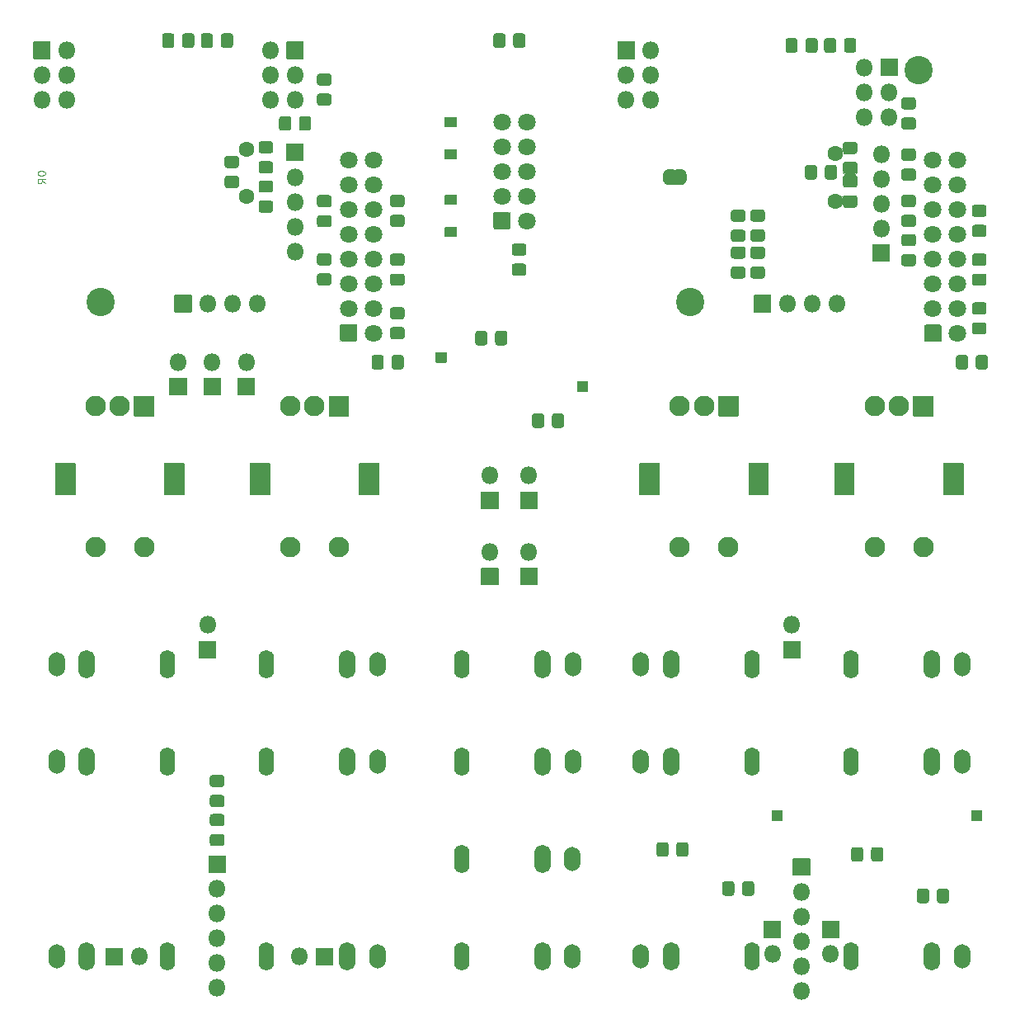
<source format=gts>
G04 #@! TF.GenerationSoftware,KiCad,Pcbnew,(5.1.9)-1*
G04 #@! TF.CreationDate,2021-05-20T23:10:05+02:00*
G04 #@! TF.ProjectId,KicadJE_OLED_Board_Only,4b696361-644a-4455-9f4f-4c45445f426f,Rev A*
G04 #@! TF.SameCoordinates,Original*
G04 #@! TF.FileFunction,Soldermask,Top*
G04 #@! TF.FilePolarity,Negative*
%FSLAX46Y46*%
G04 Gerber Fmt 4.6, Leading zero omitted, Abs format (unit mm)*
G04 Created by KiCad (PCBNEW (5.1.9)-1) date 2021-05-20 23:10:05*
%MOMM*%
%LPD*%
G01*
G04 APERTURE LIST*
%ADD10C,0.100000*%
%ADD11C,2.902000*%
%ADD12O,1.802000X1.802000*%
%ADD13O,1.602000X2.902000*%
%ADD14O,1.702000X2.502000*%
%ADD15O,1.702000X2.902000*%
%ADD16C,1.802000*%
%ADD17C,0.150000*%
%ADD18C,2.102000*%
%ADD19C,1.602000*%
G04 APERTURE END LIST*
D10*
X101561904Y-64561904D02*
X101561904Y-64638095D01*
X101600000Y-64714285D01*
X101638095Y-64752380D01*
X101714285Y-64790476D01*
X101866666Y-64828571D01*
X102057142Y-64828571D01*
X102209523Y-64790476D01*
X102285714Y-64752380D01*
X102323809Y-64714285D01*
X102361904Y-64638095D01*
X102361904Y-64561904D01*
X102323809Y-64485714D01*
X102285714Y-64447619D01*
X102209523Y-64409523D01*
X102057142Y-64371428D01*
X101866666Y-64371428D01*
X101714285Y-64409523D01*
X101638095Y-64447619D01*
X101600000Y-64485714D01*
X101561904Y-64561904D01*
X102361904Y-65628571D02*
X101980952Y-65361904D01*
X102361904Y-65171428D02*
X101561904Y-65171428D01*
X101561904Y-65476190D01*
X101600000Y-65552380D01*
X101638095Y-65590476D01*
X101714285Y-65628571D01*
X101828571Y-65628571D01*
X101904761Y-65590476D01*
X101942857Y-65552380D01*
X101980952Y-65476190D01*
X101980952Y-65171428D01*
X101561904Y-64561904D02*
X101561904Y-64638095D01*
X101600000Y-64714285D01*
X101638095Y-64752380D01*
X101714285Y-64790476D01*
X101866666Y-64828571D01*
X102057142Y-64828571D01*
X102209523Y-64790476D01*
X102285714Y-64752380D01*
X102323809Y-64714285D01*
X102361904Y-64638095D01*
X102361904Y-64561904D01*
X102323809Y-64485714D01*
X102285714Y-64447619D01*
X102209523Y-64409523D01*
X102057142Y-64371428D01*
X101866666Y-64371428D01*
X101714285Y-64409523D01*
X101638095Y-64447619D01*
X101600000Y-64485714D01*
X101561904Y-64561904D01*
X102361904Y-65628571D02*
X101980952Y-65361904D01*
X102361904Y-65171428D02*
X101561904Y-65171428D01*
X101561904Y-65476190D01*
X101600000Y-65552380D01*
X101638095Y-65590476D01*
X101714285Y-65628571D01*
X101828571Y-65628571D01*
X101904761Y-65590476D01*
X101942857Y-65552380D01*
X101980952Y-65476190D01*
X101980952Y-65171428D01*
X101561904Y-64561904D02*
X101561904Y-64638095D01*
X101600000Y-64714285D01*
X101638095Y-64752380D01*
X101714285Y-64790476D01*
X101866666Y-64828571D01*
X102057142Y-64828571D01*
X102209523Y-64790476D01*
X102285714Y-64752380D01*
X102323809Y-64714285D01*
X102361904Y-64638095D01*
X102361904Y-64561904D01*
X102323809Y-64485714D01*
X102285714Y-64447619D01*
X102209523Y-64409523D01*
X102057142Y-64371428D01*
X101866666Y-64371428D01*
X101714285Y-64409523D01*
X101638095Y-64447619D01*
X101600000Y-64485714D01*
X101561904Y-64561904D01*
X102361904Y-65628571D02*
X101980952Y-65361904D01*
X102361904Y-65171428D02*
X101561904Y-65171428D01*
X101561904Y-65476190D01*
X101600000Y-65552380D01*
X101638095Y-65590476D01*
X101714285Y-65628571D01*
X101828571Y-65628571D01*
X101904761Y-65590476D01*
X101942857Y-65552380D01*
X101980952Y-65476190D01*
X101980952Y-65171428D01*
X101561904Y-64561904D02*
X101561904Y-64638095D01*
X101600000Y-64714285D01*
X101638095Y-64752380D01*
X101714285Y-64790476D01*
X101866666Y-64828571D01*
X102057142Y-64828571D01*
X102209523Y-64790476D01*
X102285714Y-64752380D01*
X102323809Y-64714285D01*
X102361904Y-64638095D01*
X102361904Y-64561904D01*
X102323809Y-64485714D01*
X102285714Y-64447619D01*
X102209523Y-64409523D01*
X102057142Y-64371428D01*
X101866666Y-64371428D01*
X101714285Y-64409523D01*
X101638095Y-64447619D01*
X101600000Y-64485714D01*
X101561904Y-64561904D01*
X102361904Y-65628571D02*
X101980952Y-65361904D01*
X102361904Y-65171428D02*
X101561904Y-65171428D01*
X101561904Y-65476190D01*
X101600000Y-65552380D01*
X101638095Y-65590476D01*
X101714285Y-65628571D01*
X101828571Y-65628571D01*
X101904761Y-65590476D01*
X101942857Y-65552380D01*
X101980952Y-65476190D01*
X101980952Y-65171428D01*
X101561904Y-64561904D02*
X101561904Y-64638095D01*
X101600000Y-64714285D01*
X101638095Y-64752380D01*
X101714285Y-64790476D01*
X101866666Y-64828571D01*
X102057142Y-64828571D01*
X102209523Y-64790476D01*
X102285714Y-64752380D01*
X102323809Y-64714285D01*
X102361904Y-64638095D01*
X102361904Y-64561904D01*
X102323809Y-64485714D01*
X102285714Y-64447619D01*
X102209523Y-64409523D01*
X102057142Y-64371428D01*
X101866666Y-64371428D01*
X101714285Y-64409523D01*
X101638095Y-64447619D01*
X101600000Y-64485714D01*
X101561904Y-64561904D01*
X102361904Y-65628571D02*
X101980952Y-65361904D01*
X102361904Y-65171428D02*
X101561904Y-65171428D01*
X101561904Y-65476190D01*
X101600000Y-65552380D01*
X101638095Y-65590476D01*
X101714285Y-65628571D01*
X101828571Y-65628571D01*
X101904761Y-65590476D01*
X101942857Y-65552380D01*
X101980952Y-65476190D01*
X101980952Y-65171428D01*
X101561904Y-64561904D02*
X101561904Y-64638095D01*
X101600000Y-64714285D01*
X101638095Y-64752380D01*
X101714285Y-64790476D01*
X101866666Y-64828571D01*
X102057142Y-64828571D01*
X102209523Y-64790476D01*
X102285714Y-64752380D01*
X102323809Y-64714285D01*
X102361904Y-64638095D01*
X102361904Y-64561904D01*
X102323809Y-64485714D01*
X102285714Y-64447619D01*
X102209523Y-64409523D01*
X102057142Y-64371428D01*
X101866666Y-64371428D01*
X101714285Y-64409523D01*
X101638095Y-64447619D01*
X101600000Y-64485714D01*
X101561904Y-64561904D01*
X102361904Y-65628571D02*
X101980952Y-65361904D01*
X102361904Y-65171428D02*
X101561904Y-65171428D01*
X101561904Y-65476190D01*
X101600000Y-65552380D01*
X101638095Y-65590476D01*
X101714285Y-65628571D01*
X101828571Y-65628571D01*
X101904761Y-65590476D01*
X101942857Y-65552380D01*
X101980952Y-65476190D01*
X101980952Y-65171428D01*
X101561904Y-64561904D02*
X101561904Y-64638095D01*
X101600000Y-64714285D01*
X101638095Y-64752380D01*
X101714285Y-64790476D01*
X101866666Y-64828571D01*
X102057142Y-64828571D01*
X102209523Y-64790476D01*
X102285714Y-64752380D01*
X102323809Y-64714285D01*
X102361904Y-64638095D01*
X102361904Y-64561904D01*
X102323809Y-64485714D01*
X102285714Y-64447619D01*
X102209523Y-64409523D01*
X102057142Y-64371428D01*
X101866666Y-64371428D01*
X101714285Y-64409523D01*
X101638095Y-64447619D01*
X101600000Y-64485714D01*
X101561904Y-64561904D01*
X102361904Y-65628571D02*
X101980952Y-65361904D01*
X102361904Y-65171428D02*
X101561904Y-65171428D01*
X101561904Y-65476190D01*
X101600000Y-65552380D01*
X101638095Y-65590476D01*
X101714285Y-65628571D01*
X101828571Y-65628571D01*
X101904761Y-65590476D01*
X101942857Y-65552380D01*
X101980952Y-65476190D01*
X101980952Y-65171428D01*
X101561904Y-64561904D02*
X101561904Y-64638095D01*
X101600000Y-64714285D01*
X101638095Y-64752380D01*
X101714285Y-64790476D01*
X101866666Y-64828571D01*
X102057142Y-64828571D01*
X102209523Y-64790476D01*
X102285714Y-64752380D01*
X102323809Y-64714285D01*
X102361904Y-64638095D01*
X102361904Y-64561904D01*
X102323809Y-64485714D01*
X102285714Y-64447619D01*
X102209523Y-64409523D01*
X102057142Y-64371428D01*
X101866666Y-64371428D01*
X101714285Y-64409523D01*
X101638095Y-64447619D01*
X101600000Y-64485714D01*
X101561904Y-64561904D01*
X102361904Y-65628571D02*
X101980952Y-65361904D01*
X102361904Y-65171428D02*
X101561904Y-65171428D01*
X101561904Y-65476190D01*
X101600000Y-65552380D01*
X101638095Y-65590476D01*
X101714285Y-65628571D01*
X101828571Y-65628571D01*
X101904761Y-65590476D01*
X101942857Y-65552380D01*
X101980952Y-65476190D01*
X101980952Y-65171428D01*
X101561904Y-64561904D02*
X101561904Y-64638095D01*
X101600000Y-64714285D01*
X101638095Y-64752380D01*
X101714285Y-64790476D01*
X101866666Y-64828571D01*
X102057142Y-64828571D01*
X102209523Y-64790476D01*
X102285714Y-64752380D01*
X102323809Y-64714285D01*
X102361904Y-64638095D01*
X102361904Y-64561904D01*
X102323809Y-64485714D01*
X102285714Y-64447619D01*
X102209523Y-64409523D01*
X102057142Y-64371428D01*
X101866666Y-64371428D01*
X101714285Y-64409523D01*
X101638095Y-64447619D01*
X101600000Y-64485714D01*
X101561904Y-64561904D01*
X102361904Y-65628571D02*
X101980952Y-65361904D01*
X102361904Y-65171428D02*
X101561904Y-65171428D01*
X101561904Y-65476190D01*
X101600000Y-65552380D01*
X101638095Y-65590476D01*
X101714285Y-65628571D01*
X101828571Y-65628571D01*
X101904761Y-65590476D01*
X101942857Y-65552380D01*
X101980952Y-65476190D01*
X101980952Y-65171428D01*
X101561904Y-64561904D02*
X101561904Y-64638095D01*
X101600000Y-64714285D01*
X101638095Y-64752380D01*
X101714285Y-64790476D01*
X101866666Y-64828571D01*
X102057142Y-64828571D01*
X102209523Y-64790476D01*
X102285714Y-64752380D01*
X102323809Y-64714285D01*
X102361904Y-64638095D01*
X102361904Y-64561904D01*
X102323809Y-64485714D01*
X102285714Y-64447619D01*
X102209523Y-64409523D01*
X102057142Y-64371428D01*
X101866666Y-64371428D01*
X101714285Y-64409523D01*
X101638095Y-64447619D01*
X101600000Y-64485714D01*
X101561904Y-64561904D01*
X102361904Y-65628571D02*
X101980952Y-65361904D01*
X102361904Y-65171428D02*
X101561904Y-65171428D01*
X101561904Y-65476190D01*
X101600000Y-65552380D01*
X101638095Y-65590476D01*
X101714285Y-65628571D01*
X101828571Y-65628571D01*
X101904761Y-65590476D01*
X101942857Y-65552380D01*
X101980952Y-65476190D01*
X101980952Y-65171428D01*
X101561904Y-64561904D02*
X101561904Y-64638095D01*
X101600000Y-64714285D01*
X101638095Y-64752380D01*
X101714285Y-64790476D01*
X101866666Y-64828571D01*
X102057142Y-64828571D01*
X102209523Y-64790476D01*
X102285714Y-64752380D01*
X102323809Y-64714285D01*
X102361904Y-64638095D01*
X102361904Y-64561904D01*
X102323809Y-64485714D01*
X102285714Y-64447619D01*
X102209523Y-64409523D01*
X102057142Y-64371428D01*
X101866666Y-64371428D01*
X101714285Y-64409523D01*
X101638095Y-64447619D01*
X101600000Y-64485714D01*
X101561904Y-64561904D01*
X102361904Y-65628571D02*
X101980952Y-65361904D01*
X102361904Y-65171428D02*
X101561904Y-65171428D01*
X101561904Y-65476190D01*
X101600000Y-65552380D01*
X101638095Y-65590476D01*
X101714285Y-65628571D01*
X101828571Y-65628571D01*
X101904761Y-65590476D01*
X101942857Y-65552380D01*
X101980952Y-65476190D01*
X101980952Y-65171428D01*
X101561904Y-64561904D02*
X101561904Y-64638095D01*
X101600000Y-64714285D01*
X101638095Y-64752380D01*
X101714285Y-64790476D01*
X101866666Y-64828571D01*
X102057142Y-64828571D01*
X102209523Y-64790476D01*
X102285714Y-64752380D01*
X102323809Y-64714285D01*
X102361904Y-64638095D01*
X102361904Y-64561904D01*
X102323809Y-64485714D01*
X102285714Y-64447619D01*
X102209523Y-64409523D01*
X102057142Y-64371428D01*
X101866666Y-64371428D01*
X101714285Y-64409523D01*
X101638095Y-64447619D01*
X101600000Y-64485714D01*
X101561904Y-64561904D01*
X102361904Y-65628571D02*
X101980952Y-65361904D01*
X102361904Y-65171428D02*
X101561904Y-65171428D01*
X101561904Y-65476190D01*
X101600000Y-65552380D01*
X101638095Y-65590476D01*
X101714285Y-65628571D01*
X101828571Y-65628571D01*
X101904761Y-65590476D01*
X101942857Y-65552380D01*
X101980952Y-65476190D01*
X101980952Y-65171428D01*
X101561904Y-64561904D02*
X101561904Y-64638095D01*
X101600000Y-64714285D01*
X101638095Y-64752380D01*
X101714285Y-64790476D01*
X101866666Y-64828571D01*
X102057142Y-64828571D01*
X102209523Y-64790476D01*
X102285714Y-64752380D01*
X102323809Y-64714285D01*
X102361904Y-64638095D01*
X102361904Y-64561904D01*
X102323809Y-64485714D01*
X102285714Y-64447619D01*
X102209523Y-64409523D01*
X102057142Y-64371428D01*
X101866666Y-64371428D01*
X101714285Y-64409523D01*
X101638095Y-64447619D01*
X101600000Y-64485714D01*
X101561904Y-64561904D01*
X102361904Y-65628571D02*
X101980952Y-65361904D01*
X102361904Y-65171428D02*
X101561904Y-65171428D01*
X101561904Y-65476190D01*
X101600000Y-65552380D01*
X101638095Y-65590476D01*
X101714285Y-65628571D01*
X101828571Y-65628571D01*
X101904761Y-65590476D01*
X101942857Y-65552380D01*
X101980952Y-65476190D01*
X101980952Y-65171428D01*
X101561904Y-64561904D02*
X101561904Y-64638095D01*
X101600000Y-64714285D01*
X101638095Y-64752380D01*
X101714285Y-64790476D01*
X101866666Y-64828571D01*
X102057142Y-64828571D01*
X102209523Y-64790476D01*
X102285714Y-64752380D01*
X102323809Y-64714285D01*
X102361904Y-64638095D01*
X102361904Y-64561904D01*
X102323809Y-64485714D01*
X102285714Y-64447619D01*
X102209523Y-64409523D01*
X102057142Y-64371428D01*
X101866666Y-64371428D01*
X101714285Y-64409523D01*
X101638095Y-64447619D01*
X101600000Y-64485714D01*
X101561904Y-64561904D01*
X102361904Y-65628571D02*
X101980952Y-65361904D01*
X102361904Y-65171428D02*
X101561904Y-65171428D01*
X101561904Y-65476190D01*
X101600000Y-65552380D01*
X101638095Y-65590476D01*
X101714285Y-65628571D01*
X101828571Y-65628571D01*
X101904761Y-65590476D01*
X101942857Y-65552380D01*
X101980952Y-65476190D01*
X101980952Y-65171428D01*
D11*
X108000000Y-77800000D03*
X192000000Y-54000000D03*
X168600000Y-77800000D03*
G36*
G01*
X143400000Y-62149000D02*
X144600000Y-62149000D01*
G75*
G02*
X144651000Y-62200000I0J-51000D01*
G01*
X144651000Y-63100000D01*
G75*
G02*
X144600000Y-63151000I-51000J0D01*
G01*
X143400000Y-63151000D01*
G75*
G02*
X143349000Y-63100000I0J51000D01*
G01*
X143349000Y-62200000D01*
G75*
G02*
X143400000Y-62149000I51000J0D01*
G01*
G37*
G36*
G01*
X143400000Y-58849000D02*
X144600000Y-58849000D01*
G75*
G02*
X144651000Y-58900000I0J-51000D01*
G01*
X144651000Y-59800000D01*
G75*
G02*
X144600000Y-59851000I-51000J0D01*
G01*
X143400000Y-59851000D01*
G75*
G02*
X143349000Y-59800000I0J51000D01*
G01*
X143349000Y-58900000D01*
G75*
G02*
X143400000Y-58849000I51000J0D01*
G01*
G37*
G36*
G01*
X143400000Y-66849000D02*
X144600000Y-66849000D01*
G75*
G02*
X144651000Y-66900000I0J-51000D01*
G01*
X144651000Y-67800000D01*
G75*
G02*
X144600000Y-67851000I-51000J0D01*
G01*
X143400000Y-67851000D01*
G75*
G02*
X143349000Y-67800000I0J51000D01*
G01*
X143349000Y-66900000D01*
G75*
G02*
X143400000Y-66849000I51000J0D01*
G01*
G37*
G36*
G01*
X143400000Y-70149000D02*
X144600000Y-70149000D01*
G75*
G02*
X144651000Y-70200000I0J-51000D01*
G01*
X144651000Y-71100000D01*
G75*
G02*
X144600000Y-71151000I-51000J0D01*
G01*
X143400000Y-71151000D01*
G75*
G02*
X143349000Y-71100000I0J51000D01*
G01*
X143349000Y-70200000D01*
G75*
G02*
X143400000Y-70149000I51000J0D01*
G01*
G37*
G36*
G01*
X181601000Y-64021172D02*
X181601000Y-64978828D01*
G75*
G02*
X181328828Y-65251000I-272172J0D01*
G01*
X180621172Y-65251000D01*
G75*
G02*
X180349000Y-64978828I0J272172D01*
G01*
X180349000Y-64021172D01*
G75*
G02*
X180621172Y-63749000I272172J0D01*
G01*
X181328828Y-63749000D01*
G75*
G02*
X181601000Y-64021172I0J-272172D01*
G01*
G37*
G36*
G01*
X183651000Y-64021172D02*
X183651000Y-64978828D01*
G75*
G02*
X183378828Y-65251000I-272172J0D01*
G01*
X182671172Y-65251000D01*
G75*
G02*
X182399000Y-64978828I0J272172D01*
G01*
X182399000Y-64021172D01*
G75*
G02*
X182671172Y-63749000I272172J0D01*
G01*
X183378828Y-63749000D01*
G75*
G02*
X183651000Y-64021172I0J-272172D01*
G01*
G37*
G36*
G01*
X190521172Y-64124000D02*
X191478828Y-64124000D01*
G75*
G02*
X191751000Y-64396172I0J-272172D01*
G01*
X191751000Y-65103828D01*
G75*
G02*
X191478828Y-65376000I-272172J0D01*
G01*
X190521172Y-65376000D01*
G75*
G02*
X190249000Y-65103828I0J272172D01*
G01*
X190249000Y-64396172D01*
G75*
G02*
X190521172Y-64124000I272172J0D01*
G01*
G37*
G36*
G01*
X190521172Y-62074000D02*
X191478828Y-62074000D01*
G75*
G02*
X191751000Y-62346172I0J-272172D01*
G01*
X191751000Y-63053828D01*
G75*
G02*
X191478828Y-63326000I-272172J0D01*
G01*
X190521172Y-63326000D01*
G75*
G02*
X190249000Y-63053828I0J272172D01*
G01*
X190249000Y-62346172D01*
G75*
G02*
X190521172Y-62074000I272172J0D01*
G01*
G37*
G36*
G01*
X185478828Y-66076000D02*
X184521172Y-66076000D01*
G75*
G02*
X184249000Y-65803828I0J272172D01*
G01*
X184249000Y-65096172D01*
G75*
G02*
X184521172Y-64824000I272172J0D01*
G01*
X185478828Y-64824000D01*
G75*
G02*
X185751000Y-65096172I0J-272172D01*
G01*
X185751000Y-65803828D01*
G75*
G02*
X185478828Y-66076000I-272172J0D01*
G01*
G37*
G36*
G01*
X185478828Y-68126000D02*
X184521172Y-68126000D01*
G75*
G02*
X184249000Y-67853828I0J272172D01*
G01*
X184249000Y-67146172D01*
G75*
G02*
X184521172Y-66874000I272172J0D01*
G01*
X185478828Y-66874000D01*
G75*
G02*
X185751000Y-67146172I0J-272172D01*
G01*
X185751000Y-67853828D01*
G75*
G02*
X185478828Y-68126000I-272172J0D01*
G01*
G37*
G36*
G01*
X184521172Y-61374000D02*
X185478828Y-61374000D01*
G75*
G02*
X185751000Y-61646172I0J-272172D01*
G01*
X185751000Y-62353828D01*
G75*
G02*
X185478828Y-62626000I-272172J0D01*
G01*
X184521172Y-62626000D01*
G75*
G02*
X184249000Y-62353828I0J272172D01*
G01*
X184249000Y-61646172D01*
G75*
G02*
X184521172Y-61374000I272172J0D01*
G01*
G37*
G36*
G01*
X184521172Y-63424000D02*
X185478828Y-63424000D01*
G75*
G02*
X185751000Y-63696172I0J-272172D01*
G01*
X185751000Y-64403828D01*
G75*
G02*
X185478828Y-64676000I-272172J0D01*
G01*
X184521172Y-64676000D01*
G75*
G02*
X184249000Y-64403828I0J272172D01*
G01*
X184249000Y-63696172D01*
G75*
G02*
X184521172Y-63424000I272172J0D01*
G01*
G37*
G36*
G01*
X176850000Y-78901000D02*
X175150000Y-78901000D01*
G75*
G02*
X175099000Y-78850000I0J51000D01*
G01*
X175099000Y-77150000D01*
G75*
G02*
X175150000Y-77099000I51000J0D01*
G01*
X176850000Y-77099000D01*
G75*
G02*
X176901000Y-77150000I0J-51000D01*
G01*
X176901000Y-78850000D01*
G75*
G02*
X176850000Y-78901000I-51000J0D01*
G01*
G37*
D12*
X178540000Y-78000000D03*
X181080000Y-78000000D03*
X183620000Y-78000000D03*
D13*
X174920000Y-115000000D03*
D14*
X163520000Y-115000000D03*
D15*
X166620000Y-115000000D03*
X193380000Y-115000000D03*
D14*
X196480000Y-115000000D03*
D13*
X185080000Y-115000000D03*
D15*
X166620000Y-125000000D03*
D14*
X163520000Y-125000000D03*
D13*
X174920000Y-125000000D03*
D15*
X193380000Y-125000000D03*
D14*
X196480000Y-125000000D03*
D13*
X185080000Y-125000000D03*
D12*
X180000000Y-148500000D03*
X180000000Y-145960000D03*
X180000000Y-143420000D03*
X180000000Y-140880000D03*
X180000000Y-138340000D03*
G36*
G01*
X179099000Y-136650000D02*
X179099000Y-134950000D01*
G75*
G02*
X179150000Y-134899000I51000J0D01*
G01*
X180850000Y-134899000D01*
G75*
G02*
X180901000Y-134950000I0J-51000D01*
G01*
X180901000Y-136650000D01*
G75*
G02*
X180850000Y-136701000I-51000J0D01*
G01*
X179150000Y-136701000D01*
G75*
G02*
X179099000Y-136650000I0J51000D01*
G01*
G37*
G36*
G01*
X179901000Y-112650000D02*
X179901000Y-114350000D01*
G75*
G02*
X179850000Y-114401000I-51000J0D01*
G01*
X178150000Y-114401000D01*
G75*
G02*
X178099000Y-114350000I0J51000D01*
G01*
X178099000Y-112650000D01*
G75*
G02*
X178150000Y-112599000I51000J0D01*
G01*
X179850000Y-112599000D01*
G75*
G02*
X179901000Y-112650000I0J-51000D01*
G01*
G37*
X179000000Y-110960000D03*
X183000000Y-144740000D03*
G36*
G01*
X183901000Y-141350000D02*
X183901000Y-143050000D01*
G75*
G02*
X183850000Y-143101000I-51000J0D01*
G01*
X182150000Y-143101000D01*
G75*
G02*
X182099000Y-143050000I0J51000D01*
G01*
X182099000Y-141350000D01*
G75*
G02*
X182150000Y-141299000I51000J0D01*
G01*
X183850000Y-141299000D01*
G75*
G02*
X183901000Y-141350000I0J-51000D01*
G01*
G37*
G36*
G01*
X177901000Y-141350000D02*
X177901000Y-143050000D01*
G75*
G02*
X177850000Y-143101000I-51000J0D01*
G01*
X176150000Y-143101000D01*
G75*
G02*
X176099000Y-143050000I0J51000D01*
G01*
X176099000Y-141350000D01*
G75*
G02*
X176150000Y-141299000I51000J0D01*
G01*
X177850000Y-141299000D01*
G75*
G02*
X177901000Y-141350000I0J-51000D01*
G01*
G37*
X177000000Y-144740000D03*
D13*
X174920000Y-145000000D03*
D14*
X163520000Y-145000000D03*
D15*
X166620000Y-145000000D03*
X193380000Y-145000000D03*
D14*
X196480000Y-145000000D03*
D13*
X185080000Y-145000000D03*
G36*
G01*
X189901000Y-52900000D02*
X189901000Y-54600000D01*
G75*
G02*
X189850000Y-54651000I-51000J0D01*
G01*
X188150000Y-54651000D01*
G75*
G02*
X188099000Y-54600000I0J51000D01*
G01*
X188099000Y-52900000D01*
G75*
G02*
X188150000Y-52849000I51000J0D01*
G01*
X189850000Y-52849000D01*
G75*
G02*
X189901000Y-52900000I0J-51000D01*
G01*
G37*
D12*
X186460000Y-53750000D03*
X189000000Y-56290000D03*
X186460000Y-56290000D03*
X189000000Y-58830000D03*
X186460000Y-58830000D03*
G36*
G01*
X192599000Y-81636000D02*
X192599000Y-80364000D01*
G75*
G02*
X192864000Y-80099000I265000J0D01*
G01*
X194136000Y-80099000D01*
G75*
G02*
X194401000Y-80364000I0J-265000D01*
G01*
X194401000Y-81636000D01*
G75*
G02*
X194136000Y-81901000I-265000J0D01*
G01*
X192864000Y-81901000D01*
G75*
G02*
X192599000Y-81636000I0J265000D01*
G01*
G37*
D16*
X193500000Y-78460000D03*
X193500000Y-75920000D03*
X193500000Y-73380000D03*
X193500000Y-70840000D03*
X193500000Y-68300000D03*
X193500000Y-65760000D03*
X193500000Y-63220000D03*
X196040000Y-81000000D03*
X196040000Y-78460000D03*
X196040000Y-75920000D03*
X196040000Y-73380000D03*
X196040000Y-70840000D03*
X196040000Y-68300000D03*
X196040000Y-65760000D03*
X196040000Y-63220000D03*
D17*
G36*
X167656112Y-64199602D02*
G01*
X167674534Y-64199602D01*
X167679533Y-64199848D01*
X167728364Y-64204658D01*
X167733314Y-64205392D01*
X167781439Y-64214964D01*
X167786295Y-64216180D01*
X167833250Y-64230424D01*
X167837961Y-64232110D01*
X167883294Y-64250887D01*
X167887820Y-64253027D01*
X167931093Y-64276158D01*
X167935384Y-64278731D01*
X167976183Y-64305991D01*
X167980204Y-64308973D01*
X168018133Y-64340101D01*
X168021841Y-64343462D01*
X168056538Y-64378159D01*
X168059899Y-64381867D01*
X168091027Y-64419796D01*
X168094009Y-64423817D01*
X168121269Y-64464616D01*
X168123842Y-64468907D01*
X168146973Y-64512180D01*
X168149113Y-64516706D01*
X168167890Y-64562039D01*
X168169576Y-64566750D01*
X168183820Y-64613705D01*
X168185036Y-64618561D01*
X168194608Y-64666686D01*
X168195342Y-64671636D01*
X168200152Y-64720467D01*
X168200398Y-64725466D01*
X168200398Y-64743888D01*
X168201000Y-64750000D01*
X168201000Y-65250000D01*
X168200398Y-65256112D01*
X168200398Y-65274534D01*
X168200152Y-65279533D01*
X168195342Y-65328364D01*
X168194608Y-65333314D01*
X168185036Y-65381439D01*
X168183820Y-65386295D01*
X168169576Y-65433250D01*
X168167890Y-65437961D01*
X168149113Y-65483294D01*
X168146973Y-65487820D01*
X168123842Y-65531093D01*
X168121269Y-65535384D01*
X168094009Y-65576183D01*
X168091027Y-65580204D01*
X168059899Y-65618133D01*
X168056538Y-65621841D01*
X168021841Y-65656538D01*
X168018133Y-65659899D01*
X167980204Y-65691027D01*
X167976183Y-65694009D01*
X167935384Y-65721269D01*
X167931093Y-65723842D01*
X167887820Y-65746973D01*
X167883294Y-65749113D01*
X167837961Y-65767890D01*
X167833250Y-65769576D01*
X167786295Y-65783820D01*
X167781439Y-65785036D01*
X167733314Y-65794608D01*
X167728364Y-65795342D01*
X167679533Y-65800152D01*
X167674534Y-65800398D01*
X167656112Y-65800398D01*
X167650000Y-65801000D01*
X167150000Y-65801000D01*
X167140050Y-65800020D01*
X167130483Y-65797118D01*
X167121666Y-65792405D01*
X167113938Y-65786062D01*
X167107595Y-65778334D01*
X167102882Y-65769517D01*
X167099980Y-65759950D01*
X167099000Y-65750000D01*
X167099000Y-64250000D01*
X167099980Y-64240050D01*
X167102882Y-64230483D01*
X167107595Y-64221666D01*
X167113938Y-64213938D01*
X167121666Y-64207595D01*
X167130483Y-64202882D01*
X167140050Y-64199980D01*
X167150000Y-64199000D01*
X167650000Y-64199000D01*
X167656112Y-64199602D01*
G37*
G36*
X166859950Y-64199980D02*
G01*
X166869517Y-64202882D01*
X166878334Y-64207595D01*
X166886062Y-64213938D01*
X166892405Y-64221666D01*
X166897118Y-64230483D01*
X166900020Y-64240050D01*
X166901000Y-64250000D01*
X166901000Y-65750000D01*
X166900020Y-65759950D01*
X166897118Y-65769517D01*
X166892405Y-65778334D01*
X166886062Y-65786062D01*
X166878334Y-65792405D01*
X166869517Y-65797118D01*
X166859950Y-65800020D01*
X166850000Y-65801000D01*
X166350000Y-65801000D01*
X166343888Y-65800398D01*
X166325466Y-65800398D01*
X166320467Y-65800152D01*
X166271636Y-65795342D01*
X166266686Y-65794608D01*
X166218561Y-65785036D01*
X166213705Y-65783820D01*
X166166750Y-65769576D01*
X166162039Y-65767890D01*
X166116706Y-65749113D01*
X166112180Y-65746973D01*
X166068907Y-65723842D01*
X166064616Y-65721269D01*
X166023817Y-65694009D01*
X166019796Y-65691027D01*
X165981867Y-65659899D01*
X165978159Y-65656538D01*
X165943462Y-65621841D01*
X165940101Y-65618133D01*
X165908973Y-65580204D01*
X165905991Y-65576183D01*
X165878731Y-65535384D01*
X165876158Y-65531093D01*
X165853027Y-65487820D01*
X165850887Y-65483294D01*
X165832110Y-65437961D01*
X165830424Y-65433250D01*
X165816180Y-65386295D01*
X165814964Y-65381439D01*
X165805392Y-65333314D01*
X165804658Y-65328364D01*
X165799848Y-65279533D01*
X165799602Y-65274534D01*
X165799602Y-65256112D01*
X165799000Y-65250000D01*
X165799000Y-64750000D01*
X165799602Y-64743888D01*
X165799602Y-64725466D01*
X165799848Y-64720467D01*
X165804658Y-64671636D01*
X165805392Y-64666686D01*
X165814964Y-64618561D01*
X165816180Y-64613705D01*
X165830424Y-64566750D01*
X165832110Y-64562039D01*
X165850887Y-64516706D01*
X165853027Y-64512180D01*
X165876158Y-64468907D01*
X165878731Y-64464616D01*
X165905991Y-64423817D01*
X165908973Y-64419796D01*
X165940101Y-64381867D01*
X165943462Y-64378159D01*
X165978159Y-64343462D01*
X165981867Y-64340101D01*
X166019796Y-64308973D01*
X166023817Y-64305991D01*
X166064616Y-64278731D01*
X166068907Y-64276158D01*
X166112180Y-64253027D01*
X166116706Y-64250887D01*
X166162039Y-64232110D01*
X166166750Y-64230424D01*
X166213705Y-64216180D01*
X166218561Y-64214964D01*
X166266686Y-64205392D01*
X166271636Y-64204658D01*
X166320467Y-64199848D01*
X166325466Y-64199602D01*
X166343888Y-64199602D01*
X166350000Y-64199000D01*
X166850000Y-64199000D01*
X166859950Y-64199980D01*
G37*
G36*
G01*
X190521172Y-56824000D02*
X191478828Y-56824000D01*
G75*
G02*
X191751000Y-57096172I0J-272172D01*
G01*
X191751000Y-57803828D01*
G75*
G02*
X191478828Y-58076000I-272172J0D01*
G01*
X190521172Y-58076000D01*
G75*
G02*
X190249000Y-57803828I0J272172D01*
G01*
X190249000Y-57096172D01*
G75*
G02*
X190521172Y-56824000I272172J0D01*
G01*
G37*
G36*
G01*
X190521172Y-58874000D02*
X191478828Y-58874000D01*
G75*
G02*
X191751000Y-59146172I0J-272172D01*
G01*
X191751000Y-59853828D01*
G75*
G02*
X191478828Y-60126000I-272172J0D01*
G01*
X190521172Y-60126000D01*
G75*
G02*
X190249000Y-59853828I0J272172D01*
G01*
X190249000Y-59146172D01*
G75*
G02*
X190521172Y-58874000I272172J0D01*
G01*
G37*
D18*
X167500000Y-103000000D03*
X172500000Y-103000000D03*
G36*
G01*
X163400000Y-94349000D02*
X165400000Y-94349000D01*
G75*
G02*
X165451000Y-94400000I0J-51000D01*
G01*
X165451000Y-97600000D01*
G75*
G02*
X165400000Y-97651000I-51000J0D01*
G01*
X163400000Y-97651000D01*
G75*
G02*
X163349000Y-97600000I0J51000D01*
G01*
X163349000Y-94400000D01*
G75*
G02*
X163400000Y-94349000I51000J0D01*
G01*
G37*
G36*
G01*
X174600000Y-94349000D02*
X176600000Y-94349000D01*
G75*
G02*
X176651000Y-94400000I0J-51000D01*
G01*
X176651000Y-97600000D01*
G75*
G02*
X176600000Y-97651000I-51000J0D01*
G01*
X174600000Y-97651000D01*
G75*
G02*
X174549000Y-97600000I0J51000D01*
G01*
X174549000Y-94400000D01*
G75*
G02*
X174600000Y-94349000I51000J0D01*
G01*
G37*
X167500000Y-88500000D03*
X170000000Y-88500000D03*
G36*
G01*
X171500000Y-87449000D02*
X173500000Y-87449000D01*
G75*
G02*
X173551000Y-87500000I0J-51000D01*
G01*
X173551000Y-89500000D01*
G75*
G02*
X173500000Y-89551000I-51000J0D01*
G01*
X171500000Y-89551000D01*
G75*
G02*
X171449000Y-89500000I0J51000D01*
G01*
X171449000Y-87500000D01*
G75*
G02*
X171500000Y-87449000I51000J0D01*
G01*
G37*
D19*
X183500000Y-67500000D03*
X183500000Y-62620000D03*
G36*
G01*
X191478828Y-74151000D02*
X190521172Y-74151000D01*
G75*
G02*
X190249000Y-73878828I0J272172D01*
G01*
X190249000Y-73171172D01*
G75*
G02*
X190521172Y-72899000I272172J0D01*
G01*
X191478828Y-72899000D01*
G75*
G02*
X191751000Y-73171172I0J-272172D01*
G01*
X191751000Y-73878828D01*
G75*
G02*
X191478828Y-74151000I-272172J0D01*
G01*
G37*
G36*
G01*
X191478828Y-72101000D02*
X190521172Y-72101000D01*
G75*
G02*
X190249000Y-71828828I0J272172D01*
G01*
X190249000Y-71121172D01*
G75*
G02*
X190521172Y-70849000I272172J0D01*
G01*
X191478828Y-70849000D01*
G75*
G02*
X191751000Y-71121172I0J-272172D01*
G01*
X191751000Y-71828828D01*
G75*
G02*
X191478828Y-72101000I-272172J0D01*
G01*
G37*
G36*
G01*
X197771172Y-79899000D02*
X198728828Y-79899000D01*
G75*
G02*
X199001000Y-80171172I0J-272172D01*
G01*
X199001000Y-80878828D01*
G75*
G02*
X198728828Y-81151000I-272172J0D01*
G01*
X197771172Y-81151000D01*
G75*
G02*
X197499000Y-80878828I0J272172D01*
G01*
X197499000Y-80171172D01*
G75*
G02*
X197771172Y-79899000I272172J0D01*
G01*
G37*
G36*
G01*
X197771172Y-77849000D02*
X198728828Y-77849000D01*
G75*
G02*
X199001000Y-78121172I0J-272172D01*
G01*
X199001000Y-78828828D01*
G75*
G02*
X198728828Y-79101000I-272172J0D01*
G01*
X197771172Y-79101000D01*
G75*
G02*
X197499000Y-78828828I0J272172D01*
G01*
X197499000Y-78121172D01*
G75*
G02*
X197771172Y-77849000I272172J0D01*
G01*
G37*
G36*
G01*
X198728828Y-74101000D02*
X197771172Y-74101000D01*
G75*
G02*
X197499000Y-73828828I0J272172D01*
G01*
X197499000Y-73121172D01*
G75*
G02*
X197771172Y-72849000I272172J0D01*
G01*
X198728828Y-72849000D01*
G75*
G02*
X199001000Y-73121172I0J-272172D01*
G01*
X199001000Y-73828828D01*
G75*
G02*
X198728828Y-74101000I-272172J0D01*
G01*
G37*
G36*
G01*
X198728828Y-76151000D02*
X197771172Y-76151000D01*
G75*
G02*
X197499000Y-75878828I0J272172D01*
G01*
X197499000Y-75171172D01*
G75*
G02*
X197771172Y-74899000I272172J0D01*
G01*
X198728828Y-74899000D01*
G75*
G02*
X199001000Y-75171172I0J-272172D01*
G01*
X199001000Y-75878828D01*
G75*
G02*
X198728828Y-76151000I-272172J0D01*
G01*
G37*
G36*
G01*
X191849000Y-139228828D02*
X191849000Y-138271172D01*
G75*
G02*
X192121172Y-137999000I272172J0D01*
G01*
X192828828Y-137999000D01*
G75*
G02*
X193101000Y-138271172I0J-272172D01*
G01*
X193101000Y-139228828D01*
G75*
G02*
X192828828Y-139501000I-272172J0D01*
G01*
X192121172Y-139501000D01*
G75*
G02*
X191849000Y-139228828I0J272172D01*
G01*
G37*
G36*
G01*
X193899000Y-139228828D02*
X193899000Y-138271172D01*
G75*
G02*
X194171172Y-137999000I272172J0D01*
G01*
X194878828Y-137999000D01*
G75*
G02*
X195151000Y-138271172I0J-272172D01*
G01*
X195151000Y-139228828D01*
G75*
G02*
X194878828Y-139501000I-272172J0D01*
G01*
X194171172Y-139501000D01*
G75*
G02*
X193899000Y-139228828I0J272172D01*
G01*
G37*
G36*
G01*
X187149000Y-134978828D02*
X187149000Y-134021172D01*
G75*
G02*
X187421172Y-133749000I272172J0D01*
G01*
X188128828Y-133749000D01*
G75*
G02*
X188401000Y-134021172I0J-272172D01*
G01*
X188401000Y-134978828D01*
G75*
G02*
X188128828Y-135251000I-272172J0D01*
G01*
X187421172Y-135251000D01*
G75*
G02*
X187149000Y-134978828I0J272172D01*
G01*
G37*
G36*
G01*
X185099000Y-134978828D02*
X185099000Y-134021172D01*
G75*
G02*
X185371172Y-133749000I272172J0D01*
G01*
X186078828Y-133749000D01*
G75*
G02*
X186351000Y-134021172I0J-272172D01*
G01*
X186351000Y-134978828D01*
G75*
G02*
X186078828Y-135251000I-272172J0D01*
G01*
X185371172Y-135251000D01*
G75*
G02*
X185099000Y-134978828I0J272172D01*
G01*
G37*
G36*
G01*
X181651000Y-51021172D02*
X181651000Y-51978828D01*
G75*
G02*
X181378828Y-52251000I-272172J0D01*
G01*
X180671172Y-52251000D01*
G75*
G02*
X180399000Y-51978828I0J272172D01*
G01*
X180399000Y-51021172D01*
G75*
G02*
X180671172Y-50749000I272172J0D01*
G01*
X181378828Y-50749000D01*
G75*
G02*
X181651000Y-51021172I0J-272172D01*
G01*
G37*
G36*
G01*
X179601000Y-51021172D02*
X179601000Y-51978828D01*
G75*
G02*
X179328828Y-52251000I-272172J0D01*
G01*
X178621172Y-52251000D01*
G75*
G02*
X178349000Y-51978828I0J272172D01*
G01*
X178349000Y-51021172D01*
G75*
G02*
X178621172Y-50749000I272172J0D01*
G01*
X179328828Y-50749000D01*
G75*
G02*
X179601000Y-51021172I0J-272172D01*
G01*
G37*
G36*
G01*
X197771172Y-67849000D02*
X198728828Y-67849000D01*
G75*
G02*
X199001000Y-68121172I0J-272172D01*
G01*
X199001000Y-68828828D01*
G75*
G02*
X198728828Y-69101000I-272172J0D01*
G01*
X197771172Y-69101000D01*
G75*
G02*
X197499000Y-68828828I0J272172D01*
G01*
X197499000Y-68121172D01*
G75*
G02*
X197771172Y-67849000I272172J0D01*
G01*
G37*
G36*
G01*
X197771172Y-69899000D02*
X198728828Y-69899000D01*
G75*
G02*
X199001000Y-70171172I0J-272172D01*
G01*
X199001000Y-70878828D01*
G75*
G02*
X198728828Y-71151000I-272172J0D01*
G01*
X197771172Y-71151000D01*
G75*
G02*
X197499000Y-70878828I0J272172D01*
G01*
X197499000Y-70171172D01*
G75*
G02*
X197771172Y-69899000I272172J0D01*
G01*
G37*
G36*
G01*
X195849000Y-84478828D02*
X195849000Y-83521172D01*
G75*
G02*
X196121172Y-83249000I272172J0D01*
G01*
X196828828Y-83249000D01*
G75*
G02*
X197101000Y-83521172I0J-272172D01*
G01*
X197101000Y-84478828D01*
G75*
G02*
X196828828Y-84751000I-272172J0D01*
G01*
X196121172Y-84751000D01*
G75*
G02*
X195849000Y-84478828I0J272172D01*
G01*
G37*
G36*
G01*
X197899000Y-84478828D02*
X197899000Y-83521172D01*
G75*
G02*
X198171172Y-83249000I272172J0D01*
G01*
X198878828Y-83249000D01*
G75*
G02*
X199151000Y-83521172I0J-272172D01*
G01*
X199151000Y-84478828D01*
G75*
G02*
X198878828Y-84751000I-272172J0D01*
G01*
X198171172Y-84751000D01*
G75*
G02*
X197899000Y-84478828I0J272172D01*
G01*
G37*
G36*
G01*
X190521172Y-68874000D02*
X191478828Y-68874000D01*
G75*
G02*
X191751000Y-69146172I0J-272172D01*
G01*
X191751000Y-69853828D01*
G75*
G02*
X191478828Y-70126000I-272172J0D01*
G01*
X190521172Y-70126000D01*
G75*
G02*
X190249000Y-69853828I0J272172D01*
G01*
X190249000Y-69146172D01*
G75*
G02*
X190521172Y-68874000I272172J0D01*
G01*
G37*
G36*
G01*
X190521172Y-66824000D02*
X191478828Y-66824000D01*
G75*
G02*
X191751000Y-67096172I0J-272172D01*
G01*
X191751000Y-67803828D01*
G75*
G02*
X191478828Y-68076000I-272172J0D01*
G01*
X190521172Y-68076000D01*
G75*
G02*
X190249000Y-67803828I0J272172D01*
G01*
X190249000Y-67096172D01*
G75*
G02*
X190521172Y-66824000I272172J0D01*
G01*
G37*
G36*
G01*
X184374000Y-51978828D02*
X184374000Y-51021172D01*
G75*
G02*
X184646172Y-50749000I272172J0D01*
G01*
X185353828Y-50749000D01*
G75*
G02*
X185626000Y-51021172I0J-272172D01*
G01*
X185626000Y-51978828D01*
G75*
G02*
X185353828Y-52251000I-272172J0D01*
G01*
X184646172Y-52251000D01*
G75*
G02*
X184374000Y-51978828I0J272172D01*
G01*
G37*
G36*
G01*
X182324000Y-51978828D02*
X182324000Y-51021172D01*
G75*
G02*
X182596172Y-50749000I272172J0D01*
G01*
X183303828Y-50749000D01*
G75*
G02*
X183576000Y-51021172I0J-272172D01*
G01*
X183576000Y-51978828D01*
G75*
G02*
X183303828Y-52251000I-272172J0D01*
G01*
X182596172Y-52251000D01*
G75*
G02*
X182324000Y-51978828I0J272172D01*
G01*
G37*
D18*
X187500000Y-103000000D03*
X192500000Y-103000000D03*
G36*
G01*
X183400000Y-94349000D02*
X185400000Y-94349000D01*
G75*
G02*
X185451000Y-94400000I0J-51000D01*
G01*
X185451000Y-97600000D01*
G75*
G02*
X185400000Y-97651000I-51000J0D01*
G01*
X183400000Y-97651000D01*
G75*
G02*
X183349000Y-97600000I0J51000D01*
G01*
X183349000Y-94400000D01*
G75*
G02*
X183400000Y-94349000I51000J0D01*
G01*
G37*
G36*
G01*
X194600000Y-94349000D02*
X196600000Y-94349000D01*
G75*
G02*
X196651000Y-94400000I0J-51000D01*
G01*
X196651000Y-97600000D01*
G75*
G02*
X196600000Y-97651000I-51000J0D01*
G01*
X194600000Y-97651000D01*
G75*
G02*
X194549000Y-97600000I0J51000D01*
G01*
X194549000Y-94400000D01*
G75*
G02*
X194600000Y-94349000I51000J0D01*
G01*
G37*
X187500000Y-88500000D03*
X190000000Y-88500000D03*
G36*
G01*
X191500000Y-87449000D02*
X193500000Y-87449000D01*
G75*
G02*
X193551000Y-87500000I0J-51000D01*
G01*
X193551000Y-89500000D01*
G75*
G02*
X193500000Y-89551000I-51000J0D01*
G01*
X191500000Y-89551000D01*
G75*
G02*
X191449000Y-89500000I0J51000D01*
G01*
X191449000Y-87500000D01*
G75*
G02*
X191500000Y-87449000I51000J0D01*
G01*
G37*
G36*
G01*
X187299000Y-73650000D02*
X187299000Y-71950000D01*
G75*
G02*
X187350000Y-71899000I51000J0D01*
G01*
X189050000Y-71899000D01*
G75*
G02*
X189101000Y-71950000I0J-51000D01*
G01*
X189101000Y-73650000D01*
G75*
G02*
X189050000Y-73701000I-51000J0D01*
G01*
X187350000Y-73701000D01*
G75*
G02*
X187299000Y-73650000I0J51000D01*
G01*
G37*
D12*
X188200000Y-70260000D03*
X188200000Y-67720000D03*
X188200000Y-65180000D03*
X188200000Y-62640000D03*
G36*
G01*
X162901000Y-51150000D02*
X162901000Y-52850000D01*
G75*
G02*
X162850000Y-52901000I-51000J0D01*
G01*
X161150000Y-52901000D01*
G75*
G02*
X161099000Y-52850000I0J51000D01*
G01*
X161099000Y-51150000D01*
G75*
G02*
X161150000Y-51099000I51000J0D01*
G01*
X162850000Y-51099000D01*
G75*
G02*
X162901000Y-51150000I0J-51000D01*
G01*
G37*
X164540000Y-52000000D03*
X162000000Y-54540000D03*
X164540000Y-54540000D03*
X162000000Y-57080000D03*
X164540000Y-57080000D03*
G36*
G01*
X171849000Y-138478828D02*
X171849000Y-137521172D01*
G75*
G02*
X172121172Y-137249000I272172J0D01*
G01*
X172828828Y-137249000D01*
G75*
G02*
X173101000Y-137521172I0J-272172D01*
G01*
X173101000Y-138478828D01*
G75*
G02*
X172828828Y-138751000I-272172J0D01*
G01*
X172121172Y-138751000D01*
G75*
G02*
X171849000Y-138478828I0J272172D01*
G01*
G37*
G36*
G01*
X173899000Y-138478828D02*
X173899000Y-137521172D01*
G75*
G02*
X174171172Y-137249000I272172J0D01*
G01*
X174878828Y-137249000D01*
G75*
G02*
X175151000Y-137521172I0J-272172D01*
G01*
X175151000Y-138478828D01*
G75*
G02*
X174878828Y-138751000I-272172J0D01*
G01*
X174171172Y-138751000D01*
G75*
G02*
X173899000Y-138478828I0J272172D01*
G01*
G37*
G36*
G01*
X167149000Y-134478828D02*
X167149000Y-133521172D01*
G75*
G02*
X167421172Y-133249000I272172J0D01*
G01*
X168128828Y-133249000D01*
G75*
G02*
X168401000Y-133521172I0J-272172D01*
G01*
X168401000Y-134478828D01*
G75*
G02*
X168128828Y-134751000I-272172J0D01*
G01*
X167421172Y-134751000D01*
G75*
G02*
X167149000Y-134478828I0J272172D01*
G01*
G37*
G36*
G01*
X165099000Y-134478828D02*
X165099000Y-133521172D01*
G75*
G02*
X165371172Y-133249000I272172J0D01*
G01*
X166078828Y-133249000D01*
G75*
G02*
X166351000Y-133521172I0J-272172D01*
G01*
X166351000Y-134478828D01*
G75*
G02*
X166078828Y-134751000I-272172J0D01*
G01*
X165371172Y-134751000D01*
G75*
G02*
X165099000Y-134478828I0J272172D01*
G01*
G37*
G36*
G01*
X175021172Y-74174000D02*
X175978828Y-74174000D01*
G75*
G02*
X176251000Y-74446172I0J-272172D01*
G01*
X176251000Y-75153828D01*
G75*
G02*
X175978828Y-75426000I-272172J0D01*
G01*
X175021172Y-75426000D01*
G75*
G02*
X174749000Y-75153828I0J272172D01*
G01*
X174749000Y-74446172D01*
G75*
G02*
X175021172Y-74174000I272172J0D01*
G01*
G37*
G36*
G01*
X175021172Y-72124000D02*
X175978828Y-72124000D01*
G75*
G02*
X176251000Y-72396172I0J-272172D01*
G01*
X176251000Y-73103828D01*
G75*
G02*
X175978828Y-73376000I-272172J0D01*
G01*
X175021172Y-73376000D01*
G75*
G02*
X174749000Y-73103828I0J272172D01*
G01*
X174749000Y-72396172D01*
G75*
G02*
X175021172Y-72124000I272172J0D01*
G01*
G37*
G36*
G01*
X173021172Y-72124000D02*
X173978828Y-72124000D01*
G75*
G02*
X174251000Y-72396172I0J-272172D01*
G01*
X174251000Y-73103828D01*
G75*
G02*
X173978828Y-73376000I-272172J0D01*
G01*
X173021172Y-73376000D01*
G75*
G02*
X172749000Y-73103828I0J272172D01*
G01*
X172749000Y-72396172D01*
G75*
G02*
X173021172Y-72124000I272172J0D01*
G01*
G37*
G36*
G01*
X173021172Y-74174000D02*
X173978828Y-74174000D01*
G75*
G02*
X174251000Y-74446172I0J-272172D01*
G01*
X174251000Y-75153828D01*
G75*
G02*
X173978828Y-75426000I-272172J0D01*
G01*
X173021172Y-75426000D01*
G75*
G02*
X172749000Y-75153828I0J272172D01*
G01*
X172749000Y-74446172D01*
G75*
G02*
X173021172Y-74174000I272172J0D01*
G01*
G37*
G36*
G01*
X175021172Y-70374000D02*
X175978828Y-70374000D01*
G75*
G02*
X176251000Y-70646172I0J-272172D01*
G01*
X176251000Y-71353828D01*
G75*
G02*
X175978828Y-71626000I-272172J0D01*
G01*
X175021172Y-71626000D01*
G75*
G02*
X174749000Y-71353828I0J272172D01*
G01*
X174749000Y-70646172D01*
G75*
G02*
X175021172Y-70374000I272172J0D01*
G01*
G37*
G36*
G01*
X175021172Y-68324000D02*
X175978828Y-68324000D01*
G75*
G02*
X176251000Y-68596172I0J-272172D01*
G01*
X176251000Y-69303828D01*
G75*
G02*
X175978828Y-69576000I-272172J0D01*
G01*
X175021172Y-69576000D01*
G75*
G02*
X174749000Y-69303828I0J272172D01*
G01*
X174749000Y-68596172D01*
G75*
G02*
X175021172Y-68324000I272172J0D01*
G01*
G37*
G36*
G01*
X173021172Y-68349000D02*
X173978828Y-68349000D01*
G75*
G02*
X174251000Y-68621172I0J-272172D01*
G01*
X174251000Y-69328828D01*
G75*
G02*
X173978828Y-69601000I-272172J0D01*
G01*
X173021172Y-69601000D01*
G75*
G02*
X172749000Y-69328828I0J272172D01*
G01*
X172749000Y-68621172D01*
G75*
G02*
X173021172Y-68349000I272172J0D01*
G01*
G37*
G36*
G01*
X173021172Y-70399000D02*
X173978828Y-70399000D01*
G75*
G02*
X174251000Y-70671172I0J-272172D01*
G01*
X174251000Y-71378828D01*
G75*
G02*
X173978828Y-71651000I-272172J0D01*
G01*
X173021172Y-71651000D01*
G75*
G02*
X172749000Y-71378828I0J272172D01*
G01*
X172749000Y-70671172D01*
G75*
G02*
X173021172Y-70399000I272172J0D01*
G01*
G37*
G36*
G01*
X176949000Y-131000000D02*
X176949000Y-130000000D01*
G75*
G02*
X177000000Y-129949000I51000J0D01*
G01*
X178000000Y-129949000D01*
G75*
G02*
X178051000Y-130000000I0J-51000D01*
G01*
X178051000Y-131000000D01*
G75*
G02*
X178000000Y-131051000I-51000J0D01*
G01*
X177000000Y-131051000D01*
G75*
G02*
X176949000Y-131000000I0J51000D01*
G01*
G37*
G36*
G01*
X197449000Y-131000000D02*
X197449000Y-130000000D01*
G75*
G02*
X197500000Y-129949000I51000J0D01*
G01*
X198500000Y-129949000D01*
G75*
G02*
X198551000Y-130000000I0J-51000D01*
G01*
X198551000Y-131000000D01*
G75*
G02*
X198500000Y-131051000I-51000J0D01*
G01*
X197500000Y-131051000D01*
G75*
G02*
X197449000Y-131000000I0J51000D01*
G01*
G37*
X152000000Y-103460000D03*
G36*
G01*
X151099000Y-106850000D02*
X151099000Y-105150000D01*
G75*
G02*
X151150000Y-105099000I51000J0D01*
G01*
X152850000Y-105099000D01*
G75*
G02*
X152901000Y-105150000I0J-51000D01*
G01*
X152901000Y-106850000D01*
G75*
G02*
X152850000Y-106901000I-51000J0D01*
G01*
X151150000Y-106901000D01*
G75*
G02*
X151099000Y-106850000I0J51000D01*
G01*
G37*
D15*
X153455001Y-125000000D03*
D14*
X156555001Y-125000000D03*
D13*
X145155001Y-125000000D03*
X145080000Y-145000000D03*
D14*
X156480000Y-145000000D03*
D15*
X153380000Y-145000000D03*
G36*
G01*
X147099000Y-106850000D02*
X147099000Y-105150000D01*
G75*
G02*
X147150000Y-105099000I51000J0D01*
G01*
X148850000Y-105099000D01*
G75*
G02*
X148901000Y-105150000I0J-51000D01*
G01*
X148901000Y-106850000D01*
G75*
G02*
X148850000Y-106901000I-51000J0D01*
G01*
X147150000Y-106901000D01*
G75*
G02*
X147099000Y-106850000I0J51000D01*
G01*
G37*
D12*
X148000000Y-103460000D03*
D15*
X153455001Y-115000000D03*
D14*
X156555001Y-115000000D03*
D13*
X145155001Y-115000000D03*
X145080000Y-135000000D03*
D14*
X156480000Y-135000000D03*
D15*
X153380000Y-135000000D03*
G36*
G01*
X150521172Y-73874000D02*
X151478828Y-73874000D01*
G75*
G02*
X151751000Y-74146172I0J-272172D01*
G01*
X151751000Y-74853828D01*
G75*
G02*
X151478828Y-75126000I-272172J0D01*
G01*
X150521172Y-75126000D01*
G75*
G02*
X150249000Y-74853828I0J272172D01*
G01*
X150249000Y-74146172D01*
G75*
G02*
X150521172Y-73874000I272172J0D01*
G01*
G37*
G36*
G01*
X150521172Y-71824000D02*
X151478828Y-71824000D01*
G75*
G02*
X151751000Y-72096172I0J-272172D01*
G01*
X151751000Y-72803828D01*
G75*
G02*
X151478828Y-73076000I-272172J0D01*
G01*
X150521172Y-73076000D01*
G75*
G02*
X150249000Y-72803828I0J272172D01*
G01*
X150249000Y-72096172D01*
G75*
G02*
X150521172Y-71824000I272172J0D01*
G01*
G37*
G36*
G01*
X142449000Y-84000000D02*
X142449000Y-83000000D01*
G75*
G02*
X142500000Y-82949000I51000J0D01*
G01*
X143500000Y-82949000D01*
G75*
G02*
X143551000Y-83000000I0J-51000D01*
G01*
X143551000Y-84000000D01*
G75*
G02*
X143500000Y-84051000I-51000J0D01*
G01*
X142500000Y-84051000D01*
G75*
G02*
X142449000Y-84000000I0J51000D01*
G01*
G37*
G36*
G01*
X153576000Y-89521172D02*
X153576000Y-90478828D01*
G75*
G02*
X153303828Y-90751000I-272172J0D01*
G01*
X152596172Y-90751000D01*
G75*
G02*
X152324000Y-90478828I0J272172D01*
G01*
X152324000Y-89521172D01*
G75*
G02*
X152596172Y-89249000I272172J0D01*
G01*
X153303828Y-89249000D01*
G75*
G02*
X153576000Y-89521172I0J-272172D01*
G01*
G37*
G36*
G01*
X155626000Y-89521172D02*
X155626000Y-90478828D01*
G75*
G02*
X155353828Y-90751000I-272172J0D01*
G01*
X154646172Y-90751000D01*
G75*
G02*
X154374000Y-90478828I0J272172D01*
G01*
X154374000Y-89521172D01*
G75*
G02*
X154646172Y-89249000I272172J0D01*
G01*
X155353828Y-89249000D01*
G75*
G02*
X155626000Y-89521172I0J-272172D01*
G01*
G37*
G36*
G01*
X149795999Y-81046171D02*
X149795999Y-82003827D01*
G75*
G02*
X149523827Y-82275999I-272172J0D01*
G01*
X148816171Y-82275999D01*
G75*
G02*
X148543999Y-82003827I0J272172D01*
G01*
X148543999Y-81046171D01*
G75*
G02*
X148816171Y-80773999I272172J0D01*
G01*
X149523827Y-80773999D01*
G75*
G02*
X149795999Y-81046171I0J-272172D01*
G01*
G37*
G36*
G01*
X147745999Y-81046171D02*
X147745999Y-82003827D01*
G75*
G02*
X147473827Y-82275999I-272172J0D01*
G01*
X146766171Y-82275999D01*
G75*
G02*
X146493999Y-82003827I0J272172D01*
G01*
X146493999Y-81046171D01*
G75*
G02*
X146766171Y-80773999I272172J0D01*
G01*
X147473827Y-80773999D01*
G75*
G02*
X147745999Y-81046171I0J-272172D01*
G01*
G37*
G36*
G01*
X148349000Y-70136000D02*
X148349000Y-68864000D01*
G75*
G02*
X148614000Y-68599000I265000J0D01*
G01*
X149886000Y-68599000D01*
G75*
G02*
X150151000Y-68864000I0J-265000D01*
G01*
X150151000Y-70136000D01*
G75*
G02*
X149886000Y-70401000I-265000J0D01*
G01*
X148614000Y-70401000D01*
G75*
G02*
X148349000Y-70136000I0J265000D01*
G01*
G37*
D16*
X149250000Y-66960000D03*
X149250000Y-64420000D03*
X149250000Y-61880000D03*
X149250000Y-59340000D03*
X151790000Y-69500000D03*
X151790000Y-66960000D03*
X151790000Y-64420000D03*
X151790000Y-61880000D03*
X151790000Y-59340000D03*
D12*
X148000000Y-95634999D03*
G36*
G01*
X147099000Y-99024999D02*
X147099000Y-97324999D01*
G75*
G02*
X147150000Y-97273999I51000J0D01*
G01*
X148850000Y-97273999D01*
G75*
G02*
X148901000Y-97324999I0J-51000D01*
G01*
X148901000Y-99024999D01*
G75*
G02*
X148850000Y-99075999I-51000J0D01*
G01*
X147150000Y-99075999D01*
G75*
G02*
X147099000Y-99024999I0J51000D01*
G01*
G37*
G36*
G01*
X151099000Y-99024999D02*
X151099000Y-97324999D01*
G75*
G02*
X151150000Y-97273999I51000J0D01*
G01*
X152850000Y-97273999D01*
G75*
G02*
X152901000Y-97324999I0J-51000D01*
G01*
X152901000Y-99024999D01*
G75*
G02*
X152850000Y-99075999I-51000J0D01*
G01*
X151150000Y-99075999D01*
G75*
G02*
X151099000Y-99024999I0J51000D01*
G01*
G37*
X152000000Y-95634999D03*
G36*
G01*
X156949000Y-87000000D02*
X156949000Y-86000000D01*
G75*
G02*
X157000000Y-85949000I51000J0D01*
G01*
X158000000Y-85949000D01*
G75*
G02*
X158051000Y-86000000I0J-51000D01*
G01*
X158051000Y-87000000D01*
G75*
G02*
X158000000Y-87051000I-51000J0D01*
G01*
X157000000Y-87051000D01*
G75*
G02*
X156949000Y-87000000I0J51000D01*
G01*
G37*
G36*
G01*
X148349000Y-51478828D02*
X148349000Y-50521172D01*
G75*
G02*
X148621172Y-50249000I272172J0D01*
G01*
X149328828Y-50249000D01*
G75*
G02*
X149601000Y-50521172I0J-272172D01*
G01*
X149601000Y-51478828D01*
G75*
G02*
X149328828Y-51751000I-272172J0D01*
G01*
X148621172Y-51751000D01*
G75*
G02*
X148349000Y-51478828I0J272172D01*
G01*
G37*
G36*
G01*
X150399000Y-51478828D02*
X150399000Y-50521172D01*
G75*
G02*
X150671172Y-50249000I272172J0D01*
G01*
X151378828Y-50249000D01*
G75*
G02*
X151651000Y-50521172I0J-272172D01*
G01*
X151651000Y-51478828D01*
G75*
G02*
X151378828Y-51751000I-272172J0D01*
G01*
X150671172Y-51751000D01*
G75*
G02*
X150399000Y-51478828I0J272172D01*
G01*
G37*
G36*
G01*
X131478828Y-76126000D02*
X130521172Y-76126000D01*
G75*
G02*
X130249000Y-75853828I0J272172D01*
G01*
X130249000Y-75146172D01*
G75*
G02*
X130521172Y-74874000I272172J0D01*
G01*
X131478828Y-74874000D01*
G75*
G02*
X131751000Y-75146172I0J-272172D01*
G01*
X131751000Y-75853828D01*
G75*
G02*
X131478828Y-76126000I-272172J0D01*
G01*
G37*
G36*
G01*
X131478828Y-74076000D02*
X130521172Y-74076000D01*
G75*
G02*
X130249000Y-73803828I0J272172D01*
G01*
X130249000Y-73096172D01*
G75*
G02*
X130521172Y-72824000I272172J0D01*
G01*
X131478828Y-72824000D01*
G75*
G02*
X131751000Y-73096172I0J-272172D01*
G01*
X131751000Y-73803828D01*
G75*
G02*
X131478828Y-74076000I-272172J0D01*
G01*
G37*
G36*
G01*
X138021172Y-80399000D02*
X138978828Y-80399000D01*
G75*
G02*
X139251000Y-80671172I0J-272172D01*
G01*
X139251000Y-81378828D01*
G75*
G02*
X138978828Y-81651000I-272172J0D01*
G01*
X138021172Y-81651000D01*
G75*
G02*
X137749000Y-81378828I0J272172D01*
G01*
X137749000Y-80671172D01*
G75*
G02*
X138021172Y-80399000I272172J0D01*
G01*
G37*
G36*
G01*
X138021172Y-78349000D02*
X138978828Y-78349000D01*
G75*
G02*
X139251000Y-78621172I0J-272172D01*
G01*
X139251000Y-79328828D01*
G75*
G02*
X138978828Y-79601000I-272172J0D01*
G01*
X138021172Y-79601000D01*
G75*
G02*
X137749000Y-79328828I0J272172D01*
G01*
X137749000Y-78621172D01*
G75*
G02*
X138021172Y-78349000I272172J0D01*
G01*
G37*
G36*
G01*
X138978828Y-76151000D02*
X138021172Y-76151000D01*
G75*
G02*
X137749000Y-75878828I0J272172D01*
G01*
X137749000Y-75171172D01*
G75*
G02*
X138021172Y-74899000I272172J0D01*
G01*
X138978828Y-74899000D01*
G75*
G02*
X139251000Y-75171172I0J-272172D01*
G01*
X139251000Y-75878828D01*
G75*
G02*
X138978828Y-76151000I-272172J0D01*
G01*
G37*
G36*
G01*
X138978828Y-74101000D02*
X138021172Y-74101000D01*
G75*
G02*
X137749000Y-73828828I0J272172D01*
G01*
X137749000Y-73121172D01*
G75*
G02*
X138021172Y-72849000I272172J0D01*
G01*
X138978828Y-72849000D01*
G75*
G02*
X139251000Y-73121172I0J-272172D01*
G01*
X139251000Y-73828828D01*
G75*
G02*
X138978828Y-74101000I-272172J0D01*
G01*
G37*
G36*
G01*
X120478828Y-133651000D02*
X119521172Y-133651000D01*
G75*
G02*
X119249000Y-133378828I0J272172D01*
G01*
X119249000Y-132671172D01*
G75*
G02*
X119521172Y-132399000I272172J0D01*
G01*
X120478828Y-132399000D01*
G75*
G02*
X120751000Y-132671172I0J-272172D01*
G01*
X120751000Y-133378828D01*
G75*
G02*
X120478828Y-133651000I-272172J0D01*
G01*
G37*
G36*
G01*
X120478828Y-131601000D02*
X119521172Y-131601000D01*
G75*
G02*
X119249000Y-131328828I0J272172D01*
G01*
X119249000Y-130621172D01*
G75*
G02*
X119521172Y-130349000I272172J0D01*
G01*
X120478828Y-130349000D01*
G75*
G02*
X120751000Y-130621172I0J-272172D01*
G01*
X120751000Y-131328828D01*
G75*
G02*
X120478828Y-131601000I-272172J0D01*
G01*
G37*
G36*
G01*
X120478828Y-127601000D02*
X119521172Y-127601000D01*
G75*
G02*
X119249000Y-127328828I0J272172D01*
G01*
X119249000Y-126621172D01*
G75*
G02*
X119521172Y-126349000I272172J0D01*
G01*
X120478828Y-126349000D01*
G75*
G02*
X120751000Y-126621172I0J-272172D01*
G01*
X120751000Y-127328828D01*
G75*
G02*
X120478828Y-127601000I-272172J0D01*
G01*
G37*
G36*
G01*
X120478828Y-129651000D02*
X119521172Y-129651000D01*
G75*
G02*
X119249000Y-129378828I0J272172D01*
G01*
X119249000Y-128671172D01*
G75*
G02*
X119521172Y-128399000I272172J0D01*
G01*
X120478828Y-128399000D01*
G75*
G02*
X120751000Y-128671172I0J-272172D01*
G01*
X120751000Y-129378828D01*
G75*
G02*
X120478828Y-129651000I-272172J0D01*
G01*
G37*
G36*
G01*
X121978828Y-64076000D02*
X121021172Y-64076000D01*
G75*
G02*
X120749000Y-63803828I0J272172D01*
G01*
X120749000Y-63096172D01*
G75*
G02*
X121021172Y-62824000I272172J0D01*
G01*
X121978828Y-62824000D01*
G75*
G02*
X122251000Y-63096172I0J-272172D01*
G01*
X122251000Y-63803828D01*
G75*
G02*
X121978828Y-64076000I-272172J0D01*
G01*
G37*
G36*
G01*
X121978828Y-66126000D02*
X121021172Y-66126000D01*
G75*
G02*
X120749000Y-65853828I0J272172D01*
G01*
X120749000Y-65146172D01*
G75*
G02*
X121021172Y-64874000I272172J0D01*
G01*
X121978828Y-64874000D01*
G75*
G02*
X122251000Y-65146172I0J-272172D01*
G01*
X122251000Y-65853828D01*
G75*
G02*
X121978828Y-66126000I-272172J0D01*
G01*
G37*
G36*
G01*
X125478828Y-68651000D02*
X124521172Y-68651000D01*
G75*
G02*
X124249000Y-68378828I0J272172D01*
G01*
X124249000Y-67671172D01*
G75*
G02*
X124521172Y-67399000I272172J0D01*
G01*
X125478828Y-67399000D01*
G75*
G02*
X125751000Y-67671172I0J-272172D01*
G01*
X125751000Y-68378828D01*
G75*
G02*
X125478828Y-68651000I-272172J0D01*
G01*
G37*
G36*
G01*
X125478828Y-66601000D02*
X124521172Y-66601000D01*
G75*
G02*
X124249000Y-66328828I0J272172D01*
G01*
X124249000Y-65621172D01*
G75*
G02*
X124521172Y-65349000I272172J0D01*
G01*
X125478828Y-65349000D01*
G75*
G02*
X125751000Y-65621172I0J-272172D01*
G01*
X125751000Y-66328828D01*
G75*
G02*
X125478828Y-66601000I-272172J0D01*
G01*
G37*
G36*
G01*
X124521172Y-63374000D02*
X125478828Y-63374000D01*
G75*
G02*
X125751000Y-63646172I0J-272172D01*
G01*
X125751000Y-64353828D01*
G75*
G02*
X125478828Y-64626000I-272172J0D01*
G01*
X124521172Y-64626000D01*
G75*
G02*
X124249000Y-64353828I0J272172D01*
G01*
X124249000Y-63646172D01*
G75*
G02*
X124521172Y-63374000I272172J0D01*
G01*
G37*
G36*
G01*
X124521172Y-61324000D02*
X125478828Y-61324000D01*
G75*
G02*
X125751000Y-61596172I0J-272172D01*
G01*
X125751000Y-62303828D01*
G75*
G02*
X125478828Y-62576000I-272172J0D01*
G01*
X124521172Y-62576000D01*
G75*
G02*
X124249000Y-62303828I0J272172D01*
G01*
X124249000Y-61596172D01*
G75*
G02*
X124521172Y-61324000I272172J0D01*
G01*
G37*
G36*
G01*
X126349000Y-59978828D02*
X126349000Y-59021172D01*
G75*
G02*
X126621172Y-58749000I272172J0D01*
G01*
X127328828Y-58749000D01*
G75*
G02*
X127601000Y-59021172I0J-272172D01*
G01*
X127601000Y-59978828D01*
G75*
G02*
X127328828Y-60251000I-272172J0D01*
G01*
X126621172Y-60251000D01*
G75*
G02*
X126349000Y-59978828I0J272172D01*
G01*
G37*
G36*
G01*
X128399000Y-59978828D02*
X128399000Y-59021172D01*
G75*
G02*
X128671172Y-58749000I272172J0D01*
G01*
X129378828Y-58749000D01*
G75*
G02*
X129651000Y-59021172I0J-272172D01*
G01*
X129651000Y-59978828D01*
G75*
G02*
X129378828Y-60251000I-272172J0D01*
G01*
X128671172Y-60251000D01*
G75*
G02*
X128399000Y-59978828I0J272172D01*
G01*
G37*
G36*
G01*
X119576000Y-50521172D02*
X119576000Y-51478828D01*
G75*
G02*
X119303828Y-51751000I-272172J0D01*
G01*
X118596172Y-51751000D01*
G75*
G02*
X118324000Y-51478828I0J272172D01*
G01*
X118324000Y-50521172D01*
G75*
G02*
X118596172Y-50249000I272172J0D01*
G01*
X119303828Y-50249000D01*
G75*
G02*
X119576000Y-50521172I0J-272172D01*
G01*
G37*
G36*
G01*
X121626000Y-50521172D02*
X121626000Y-51478828D01*
G75*
G02*
X121353828Y-51751000I-272172J0D01*
G01*
X120646172Y-51751000D01*
G75*
G02*
X120374000Y-51478828I0J272172D01*
G01*
X120374000Y-50521172D01*
G75*
G02*
X120646172Y-50249000I272172J0D01*
G01*
X121353828Y-50249000D01*
G75*
G02*
X121626000Y-50521172I0J-272172D01*
G01*
G37*
X128460000Y-145000000D03*
G36*
G01*
X131850000Y-145901000D02*
X130150000Y-145901000D01*
G75*
G02*
X130099000Y-145850000I0J51000D01*
G01*
X130099000Y-144150000D01*
G75*
G02*
X130150000Y-144099000I51000J0D01*
G01*
X131850000Y-144099000D01*
G75*
G02*
X131901000Y-144150000I0J-51000D01*
G01*
X131901000Y-145850000D01*
G75*
G02*
X131850000Y-145901000I-51000J0D01*
G01*
G37*
X112000000Y-145000000D03*
G36*
G01*
X108610000Y-144099000D02*
X110310000Y-144099000D01*
G75*
G02*
X110361000Y-144150000I0J-51000D01*
G01*
X110361000Y-145850000D01*
G75*
G02*
X110310000Y-145901000I-51000J0D01*
G01*
X108610000Y-145901000D01*
G75*
G02*
X108559000Y-145850000I0J51000D01*
G01*
X108559000Y-144150000D01*
G75*
G02*
X108610000Y-144099000I51000J0D01*
G01*
G37*
D15*
X106620000Y-145000000D03*
D14*
X103520000Y-145000000D03*
D13*
X114920000Y-145000000D03*
D15*
X133380000Y-145000000D03*
D14*
X136480000Y-145000000D03*
D13*
X125080000Y-145000000D03*
X114920000Y-115000000D03*
D14*
X103520000Y-115000000D03*
D15*
X106620000Y-115000000D03*
X133380000Y-115000000D03*
D14*
X136480000Y-115000000D03*
D13*
X125080000Y-115000000D03*
X114920000Y-125000000D03*
D14*
X103520000Y-125000000D03*
D15*
X106620000Y-125000000D03*
D13*
X125080000Y-125000000D03*
D14*
X136480000Y-125000000D03*
D15*
X133380000Y-125000000D03*
G36*
G01*
X119901000Y-112650000D02*
X119901000Y-114350000D01*
G75*
G02*
X119850000Y-114401000I-51000J0D01*
G01*
X118150000Y-114401000D01*
G75*
G02*
X118099000Y-114350000I0J51000D01*
G01*
X118099000Y-112650000D01*
G75*
G02*
X118150000Y-112599000I51000J0D01*
G01*
X119850000Y-112599000D01*
G75*
G02*
X119901000Y-112650000I0J-51000D01*
G01*
G37*
D12*
X119000000Y-110960000D03*
G36*
G01*
X117350000Y-78901000D02*
X115650000Y-78901000D01*
G75*
G02*
X115599000Y-78850000I0J51000D01*
G01*
X115599000Y-77150000D01*
G75*
G02*
X115650000Y-77099000I51000J0D01*
G01*
X117350000Y-77099000D01*
G75*
G02*
X117401000Y-77150000I0J-51000D01*
G01*
X117401000Y-78850000D01*
G75*
G02*
X117350000Y-78901000I-51000J0D01*
G01*
G37*
X119040000Y-78000000D03*
X121580000Y-78000000D03*
X124120000Y-78000000D03*
G36*
G01*
X102901000Y-51150000D02*
X102901000Y-52850000D01*
G75*
G02*
X102850000Y-52901000I-51000J0D01*
G01*
X101150000Y-52901000D01*
G75*
G02*
X101099000Y-52850000I0J51000D01*
G01*
X101099000Y-51150000D01*
G75*
G02*
X101150000Y-51099000I51000J0D01*
G01*
X102850000Y-51099000D01*
G75*
G02*
X102901000Y-51150000I0J-51000D01*
G01*
G37*
X104540000Y-52000000D03*
X102000000Y-54540000D03*
X104540000Y-54540000D03*
X102000000Y-57080000D03*
X104540000Y-57080000D03*
G36*
G01*
X119099000Y-136350000D02*
X119099000Y-134650000D01*
G75*
G02*
X119150000Y-134599000I51000J0D01*
G01*
X120850000Y-134599000D01*
G75*
G02*
X120901000Y-134650000I0J-51000D01*
G01*
X120901000Y-136350000D01*
G75*
G02*
X120850000Y-136401000I-51000J0D01*
G01*
X119150000Y-136401000D01*
G75*
G02*
X119099000Y-136350000I0J51000D01*
G01*
G37*
X120000000Y-138040000D03*
X120000000Y-140580000D03*
X120000000Y-143120000D03*
X120000000Y-145660000D03*
X120000000Y-148200000D03*
G36*
G01*
X128901000Y-61610000D02*
X128901000Y-63310000D01*
G75*
G02*
X128850000Y-63361000I-51000J0D01*
G01*
X127150000Y-63361000D01*
G75*
G02*
X127099000Y-63310000I0J51000D01*
G01*
X127099000Y-61610000D01*
G75*
G02*
X127150000Y-61559000I51000J0D01*
G01*
X128850000Y-61559000D01*
G75*
G02*
X128901000Y-61610000I0J-51000D01*
G01*
G37*
X128000000Y-65000000D03*
X128000000Y-67540000D03*
X128000000Y-70080000D03*
X128000000Y-72620000D03*
G36*
G01*
X128901000Y-51150000D02*
X128901000Y-52850000D01*
G75*
G02*
X128850000Y-52901000I-51000J0D01*
G01*
X127150000Y-52901000D01*
G75*
G02*
X127099000Y-52850000I0J51000D01*
G01*
X127099000Y-51150000D01*
G75*
G02*
X127150000Y-51099000I51000J0D01*
G01*
X128850000Y-51099000D01*
G75*
G02*
X128901000Y-51150000I0J-51000D01*
G01*
G37*
X125460000Y-52000000D03*
X128000000Y-54540000D03*
X125460000Y-54540000D03*
X128000000Y-57080000D03*
X125460000Y-57080000D03*
G36*
G01*
X115099000Y-87350000D02*
X115099000Y-85650000D01*
G75*
G02*
X115150000Y-85599000I51000J0D01*
G01*
X116850000Y-85599000D01*
G75*
G02*
X116901000Y-85650000I0J-51000D01*
G01*
X116901000Y-87350000D01*
G75*
G02*
X116850000Y-87401000I-51000J0D01*
G01*
X115150000Y-87401000D01*
G75*
G02*
X115099000Y-87350000I0J51000D01*
G01*
G37*
X116000000Y-83960000D03*
X123000000Y-83960000D03*
G36*
G01*
X122099000Y-87350000D02*
X122099000Y-85650000D01*
G75*
G02*
X122150000Y-85599000I51000J0D01*
G01*
X123850000Y-85599000D01*
G75*
G02*
X123901000Y-85650000I0J-51000D01*
G01*
X123901000Y-87350000D01*
G75*
G02*
X123850000Y-87401000I-51000J0D01*
G01*
X122150000Y-87401000D01*
G75*
G02*
X122099000Y-87350000I0J51000D01*
G01*
G37*
G36*
G01*
X118599000Y-87350000D02*
X118599000Y-85650000D01*
G75*
G02*
X118650000Y-85599000I51000J0D01*
G01*
X120350000Y-85599000D01*
G75*
G02*
X120401000Y-85650000I0J-51000D01*
G01*
X120401000Y-87350000D01*
G75*
G02*
X120350000Y-87401000I-51000J0D01*
G01*
X118650000Y-87401000D01*
G75*
G02*
X118599000Y-87350000I0J51000D01*
G01*
G37*
X119500000Y-83960000D03*
G36*
G01*
X132599000Y-81636000D02*
X132599000Y-80364000D01*
G75*
G02*
X132864000Y-80099000I265000J0D01*
G01*
X134136000Y-80099000D01*
G75*
G02*
X134401000Y-80364000I0J-265000D01*
G01*
X134401000Y-81636000D01*
G75*
G02*
X134136000Y-81901000I-265000J0D01*
G01*
X132864000Y-81901000D01*
G75*
G02*
X132599000Y-81636000I0J265000D01*
G01*
G37*
D16*
X133500000Y-78460000D03*
X133500000Y-75920000D03*
X133500000Y-73380000D03*
X133500000Y-70840000D03*
X133500000Y-68300000D03*
X133500000Y-65760000D03*
X133500000Y-63220000D03*
X136040000Y-81000000D03*
X136040000Y-78460000D03*
X136040000Y-75920000D03*
X136040000Y-73380000D03*
X136040000Y-70840000D03*
X136040000Y-68300000D03*
X136040000Y-65760000D03*
X136040000Y-63220000D03*
G36*
G01*
X138021172Y-68874000D02*
X138978828Y-68874000D01*
G75*
G02*
X139251000Y-69146172I0J-272172D01*
G01*
X139251000Y-69853828D01*
G75*
G02*
X138978828Y-70126000I-272172J0D01*
G01*
X138021172Y-70126000D01*
G75*
G02*
X137749000Y-69853828I0J272172D01*
G01*
X137749000Y-69146172D01*
G75*
G02*
X138021172Y-68874000I272172J0D01*
G01*
G37*
G36*
G01*
X138021172Y-66824000D02*
X138978828Y-66824000D01*
G75*
G02*
X139251000Y-67096172I0J-272172D01*
G01*
X139251000Y-67803828D01*
G75*
G02*
X138978828Y-68076000I-272172J0D01*
G01*
X138021172Y-68076000D01*
G75*
G02*
X137749000Y-67803828I0J272172D01*
G01*
X137749000Y-67096172D01*
G75*
G02*
X138021172Y-66824000I272172J0D01*
G01*
G37*
G36*
G01*
X137899000Y-84478828D02*
X137899000Y-83521172D01*
G75*
G02*
X138171172Y-83249000I272172J0D01*
G01*
X138878828Y-83249000D01*
G75*
G02*
X139151000Y-83521172I0J-272172D01*
G01*
X139151000Y-84478828D01*
G75*
G02*
X138878828Y-84751000I-272172J0D01*
G01*
X138171172Y-84751000D01*
G75*
G02*
X137899000Y-84478828I0J272172D01*
G01*
G37*
G36*
G01*
X135849000Y-84478828D02*
X135849000Y-83521172D01*
G75*
G02*
X136121172Y-83249000I272172J0D01*
G01*
X136828828Y-83249000D01*
G75*
G02*
X137101000Y-83521172I0J-272172D01*
G01*
X137101000Y-84478828D01*
G75*
G02*
X136828828Y-84751000I-272172J0D01*
G01*
X136121172Y-84751000D01*
G75*
G02*
X135849000Y-84478828I0J272172D01*
G01*
G37*
G36*
G01*
X130521172Y-66849000D02*
X131478828Y-66849000D01*
G75*
G02*
X131751000Y-67121172I0J-272172D01*
G01*
X131751000Y-67828828D01*
G75*
G02*
X131478828Y-68101000I-272172J0D01*
G01*
X130521172Y-68101000D01*
G75*
G02*
X130249000Y-67828828I0J272172D01*
G01*
X130249000Y-67121172D01*
G75*
G02*
X130521172Y-66849000I272172J0D01*
G01*
G37*
G36*
G01*
X130521172Y-68899000D02*
X131478828Y-68899000D01*
G75*
G02*
X131751000Y-69171172I0J-272172D01*
G01*
X131751000Y-69878828D01*
G75*
G02*
X131478828Y-70151000I-272172J0D01*
G01*
X130521172Y-70151000D01*
G75*
G02*
X130249000Y-69878828I0J272172D01*
G01*
X130249000Y-69171172D01*
G75*
G02*
X130521172Y-68899000I272172J0D01*
G01*
G37*
G36*
G01*
X115601000Y-50521172D02*
X115601000Y-51478828D01*
G75*
G02*
X115328828Y-51751000I-272172J0D01*
G01*
X114621172Y-51751000D01*
G75*
G02*
X114349000Y-51478828I0J272172D01*
G01*
X114349000Y-50521172D01*
G75*
G02*
X114621172Y-50249000I272172J0D01*
G01*
X115328828Y-50249000D01*
G75*
G02*
X115601000Y-50521172I0J-272172D01*
G01*
G37*
G36*
G01*
X117651000Y-50521172D02*
X117651000Y-51478828D01*
G75*
G02*
X117378828Y-51751000I-272172J0D01*
G01*
X116671172Y-51751000D01*
G75*
G02*
X116399000Y-51478828I0J272172D01*
G01*
X116399000Y-50521172D01*
G75*
G02*
X116671172Y-50249000I272172J0D01*
G01*
X117378828Y-50249000D01*
G75*
G02*
X117651000Y-50521172I0J-272172D01*
G01*
G37*
G36*
G01*
X130521172Y-54374000D02*
X131478828Y-54374000D01*
G75*
G02*
X131751000Y-54646172I0J-272172D01*
G01*
X131751000Y-55353828D01*
G75*
G02*
X131478828Y-55626000I-272172J0D01*
G01*
X130521172Y-55626000D01*
G75*
G02*
X130249000Y-55353828I0J272172D01*
G01*
X130249000Y-54646172D01*
G75*
G02*
X130521172Y-54374000I272172J0D01*
G01*
G37*
G36*
G01*
X130521172Y-56424000D02*
X131478828Y-56424000D01*
G75*
G02*
X131751000Y-56696172I0J-272172D01*
G01*
X131751000Y-57403828D01*
G75*
G02*
X131478828Y-57676000I-272172J0D01*
G01*
X130521172Y-57676000D01*
G75*
G02*
X130249000Y-57403828I0J272172D01*
G01*
X130249000Y-56696172D01*
G75*
G02*
X130521172Y-56424000I272172J0D01*
G01*
G37*
D18*
X107500000Y-103000000D03*
X112500000Y-103000000D03*
G36*
G01*
X103400000Y-94349000D02*
X105400000Y-94349000D01*
G75*
G02*
X105451000Y-94400000I0J-51000D01*
G01*
X105451000Y-97600000D01*
G75*
G02*
X105400000Y-97651000I-51000J0D01*
G01*
X103400000Y-97651000D01*
G75*
G02*
X103349000Y-97600000I0J51000D01*
G01*
X103349000Y-94400000D01*
G75*
G02*
X103400000Y-94349000I51000J0D01*
G01*
G37*
G36*
G01*
X114600000Y-94349000D02*
X116600000Y-94349000D01*
G75*
G02*
X116651000Y-94400000I0J-51000D01*
G01*
X116651000Y-97600000D01*
G75*
G02*
X116600000Y-97651000I-51000J0D01*
G01*
X114600000Y-97651000D01*
G75*
G02*
X114549000Y-97600000I0J51000D01*
G01*
X114549000Y-94400000D01*
G75*
G02*
X114600000Y-94349000I51000J0D01*
G01*
G37*
X107500000Y-88500000D03*
X110000000Y-88500000D03*
G36*
G01*
X111500000Y-87449000D02*
X113500000Y-87449000D01*
G75*
G02*
X113551000Y-87500000I0J-51000D01*
G01*
X113551000Y-89500000D01*
G75*
G02*
X113500000Y-89551000I-51000J0D01*
G01*
X111500000Y-89551000D01*
G75*
G02*
X111449000Y-89500000I0J51000D01*
G01*
X111449000Y-87500000D01*
G75*
G02*
X111500000Y-87449000I51000J0D01*
G01*
G37*
G36*
G01*
X131500000Y-87449000D02*
X133500000Y-87449000D01*
G75*
G02*
X133551000Y-87500000I0J-51000D01*
G01*
X133551000Y-89500000D01*
G75*
G02*
X133500000Y-89551000I-51000J0D01*
G01*
X131500000Y-89551000D01*
G75*
G02*
X131449000Y-89500000I0J51000D01*
G01*
X131449000Y-87500000D01*
G75*
G02*
X131500000Y-87449000I51000J0D01*
G01*
G37*
X130000000Y-88500000D03*
X127500000Y-88500000D03*
G36*
G01*
X134600000Y-94349000D02*
X136600000Y-94349000D01*
G75*
G02*
X136651000Y-94400000I0J-51000D01*
G01*
X136651000Y-97600000D01*
G75*
G02*
X136600000Y-97651000I-51000J0D01*
G01*
X134600000Y-97651000D01*
G75*
G02*
X134549000Y-97600000I0J51000D01*
G01*
X134549000Y-94400000D01*
G75*
G02*
X134600000Y-94349000I51000J0D01*
G01*
G37*
G36*
G01*
X123400000Y-94349000D02*
X125400000Y-94349000D01*
G75*
G02*
X125451000Y-94400000I0J-51000D01*
G01*
X125451000Y-97600000D01*
G75*
G02*
X125400000Y-97651000I-51000J0D01*
G01*
X123400000Y-97651000D01*
G75*
G02*
X123349000Y-97600000I0J51000D01*
G01*
X123349000Y-94400000D01*
G75*
G02*
X123400000Y-94349000I51000J0D01*
G01*
G37*
X132500000Y-103000000D03*
X127500000Y-103000000D03*
D19*
X123000000Y-67000000D03*
X123000000Y-62120000D03*
D17*
G36*
X134402165Y-81634374D02*
G01*
X134403000Y-81636000D01*
X134403000Y-81718097D01*
X134402990Y-81718293D01*
X134399001Y-81758796D01*
X134398925Y-81759181D01*
X134388899Y-81792233D01*
X134388749Y-81792595D01*
X134372472Y-81823046D01*
X134372254Y-81823372D01*
X134350345Y-81850068D01*
X134350068Y-81850345D01*
X134323372Y-81872254D01*
X134323046Y-81872472D01*
X134292595Y-81888749D01*
X134292233Y-81888899D01*
X134259181Y-81898925D01*
X134258796Y-81899001D01*
X134218293Y-81902990D01*
X134218097Y-81903000D01*
X134136000Y-81903000D01*
X134134268Y-81902000D01*
X134134268Y-81900000D01*
X134135804Y-81899010D01*
X134187304Y-81893938D01*
X134236642Y-81878971D01*
X134282110Y-81854668D01*
X134321962Y-81821962D01*
X134354668Y-81782110D01*
X134378971Y-81736642D01*
X134393938Y-81687304D01*
X134399010Y-81635804D01*
X134400175Y-81634178D01*
X134402165Y-81634374D01*
G37*
G36*
X192600990Y-81635804D02*
G01*
X192606062Y-81687304D01*
X192621029Y-81736642D01*
X192645332Y-81782110D01*
X192678038Y-81821962D01*
X192717890Y-81854668D01*
X192763358Y-81878971D01*
X192812696Y-81893938D01*
X192864196Y-81899010D01*
X192865822Y-81900175D01*
X192865626Y-81902165D01*
X192864000Y-81903000D01*
X192781903Y-81903000D01*
X192781707Y-81902990D01*
X192741204Y-81899001D01*
X192740819Y-81898925D01*
X192707767Y-81888899D01*
X192707405Y-81888749D01*
X192676954Y-81872472D01*
X192676628Y-81872254D01*
X192649932Y-81850345D01*
X192649655Y-81850068D01*
X192627746Y-81823372D01*
X192627528Y-81823046D01*
X192611251Y-81792595D01*
X192611101Y-81792233D01*
X192601075Y-81759181D01*
X192600999Y-81758796D01*
X192597010Y-81718293D01*
X192597000Y-81718097D01*
X192597000Y-81636000D01*
X192598000Y-81634268D01*
X192600000Y-81634268D01*
X192600990Y-81635804D01*
G37*
G36*
X132600990Y-81635804D02*
G01*
X132606062Y-81687304D01*
X132621029Y-81736642D01*
X132645332Y-81782110D01*
X132678038Y-81821962D01*
X132717890Y-81854668D01*
X132763358Y-81878971D01*
X132812696Y-81893938D01*
X132864196Y-81899010D01*
X132865822Y-81900175D01*
X132865626Y-81902165D01*
X132864000Y-81903000D01*
X132781903Y-81903000D01*
X132781707Y-81902990D01*
X132741204Y-81899001D01*
X132740819Y-81898925D01*
X132707767Y-81888899D01*
X132707405Y-81888749D01*
X132676954Y-81872472D01*
X132676628Y-81872254D01*
X132649932Y-81850345D01*
X132649655Y-81850068D01*
X132627746Y-81823372D01*
X132627528Y-81823046D01*
X132611251Y-81792595D01*
X132611101Y-81792233D01*
X132601075Y-81759181D01*
X132600999Y-81758796D01*
X132597010Y-81718293D01*
X132597000Y-81718097D01*
X132597000Y-81636000D01*
X132598000Y-81634268D01*
X132600000Y-81634268D01*
X132600990Y-81635804D01*
G37*
G36*
X194402165Y-81634374D02*
G01*
X194403000Y-81636000D01*
X194403000Y-81718097D01*
X194402990Y-81718293D01*
X194399001Y-81758796D01*
X194398925Y-81759181D01*
X194388899Y-81792233D01*
X194388749Y-81792595D01*
X194372472Y-81823046D01*
X194372254Y-81823372D01*
X194350345Y-81850068D01*
X194350068Y-81850345D01*
X194323372Y-81872254D01*
X194323046Y-81872472D01*
X194292595Y-81888749D01*
X194292233Y-81888899D01*
X194259181Y-81898925D01*
X194258796Y-81899001D01*
X194218293Y-81902990D01*
X194218097Y-81903000D01*
X194136000Y-81903000D01*
X194134268Y-81902000D01*
X194134268Y-81900000D01*
X194135804Y-81899010D01*
X194187304Y-81893938D01*
X194236642Y-81878971D01*
X194282110Y-81854668D01*
X194321962Y-81821962D01*
X194354668Y-81782110D01*
X194378971Y-81736642D01*
X194393938Y-81687304D01*
X194399010Y-81635804D01*
X194400175Y-81634178D01*
X194402165Y-81634374D01*
G37*
G36*
X192865732Y-80098000D02*
G01*
X192865732Y-80100000D01*
X192864196Y-80100990D01*
X192812696Y-80106062D01*
X192763358Y-80121029D01*
X192717890Y-80145332D01*
X192678038Y-80178038D01*
X192645332Y-80217890D01*
X192621029Y-80263358D01*
X192606062Y-80312696D01*
X192600990Y-80364196D01*
X192599825Y-80365822D01*
X192597835Y-80365626D01*
X192597000Y-80364000D01*
X192597000Y-80281903D01*
X192597010Y-80281707D01*
X192600999Y-80241204D01*
X192601075Y-80240819D01*
X192611101Y-80207767D01*
X192611251Y-80207405D01*
X192627528Y-80176954D01*
X192627746Y-80176628D01*
X192649655Y-80149932D01*
X192649932Y-80149655D01*
X192676628Y-80127746D01*
X192676954Y-80127528D01*
X192707405Y-80111251D01*
X192707767Y-80111101D01*
X192740819Y-80101075D01*
X192741204Y-80100999D01*
X192781707Y-80097010D01*
X192781903Y-80097000D01*
X192864000Y-80097000D01*
X192865732Y-80098000D01*
G37*
G36*
X132865732Y-80098000D02*
G01*
X132865732Y-80100000D01*
X132864196Y-80100990D01*
X132812696Y-80106062D01*
X132763358Y-80121029D01*
X132717890Y-80145332D01*
X132678038Y-80178038D01*
X132645332Y-80217890D01*
X132621029Y-80263358D01*
X132606062Y-80312696D01*
X132600990Y-80364196D01*
X132599825Y-80365822D01*
X132597835Y-80365626D01*
X132597000Y-80364000D01*
X132597000Y-80281903D01*
X132597010Y-80281707D01*
X132600999Y-80241204D01*
X132601075Y-80240819D01*
X132611101Y-80207767D01*
X132611251Y-80207405D01*
X132627528Y-80176954D01*
X132627746Y-80176628D01*
X132649655Y-80149932D01*
X132649932Y-80149655D01*
X132676628Y-80127746D01*
X132676954Y-80127528D01*
X132707405Y-80111251D01*
X132707767Y-80111101D01*
X132740819Y-80101075D01*
X132741204Y-80100999D01*
X132781707Y-80097010D01*
X132781903Y-80097000D01*
X132864000Y-80097000D01*
X132865732Y-80098000D01*
G37*
G36*
X134218293Y-80097010D02*
G01*
X134258796Y-80100999D01*
X134259181Y-80101075D01*
X134292233Y-80111101D01*
X134292595Y-80111251D01*
X134323046Y-80127528D01*
X134323372Y-80127746D01*
X134350068Y-80149655D01*
X134350345Y-80149932D01*
X134372254Y-80176628D01*
X134372472Y-80176954D01*
X134388749Y-80207405D01*
X134388899Y-80207767D01*
X134398925Y-80240819D01*
X134399001Y-80241204D01*
X134402990Y-80281707D01*
X134403000Y-80281903D01*
X134403000Y-80364000D01*
X134402000Y-80365732D01*
X134400000Y-80365732D01*
X134399010Y-80364196D01*
X134393938Y-80312696D01*
X134378971Y-80263358D01*
X134354668Y-80217890D01*
X134321962Y-80178038D01*
X134282110Y-80145332D01*
X134236642Y-80121029D01*
X134187304Y-80106062D01*
X134135804Y-80100990D01*
X134134178Y-80099825D01*
X134134374Y-80097835D01*
X134136000Y-80097000D01*
X134218097Y-80097000D01*
X134218293Y-80097010D01*
G37*
G36*
X194218293Y-80097010D02*
G01*
X194258796Y-80100999D01*
X194259181Y-80101075D01*
X194292233Y-80111101D01*
X194292595Y-80111251D01*
X194323046Y-80127528D01*
X194323372Y-80127746D01*
X194350068Y-80149655D01*
X194350345Y-80149932D01*
X194372254Y-80176628D01*
X194372472Y-80176954D01*
X194388749Y-80207405D01*
X194388899Y-80207767D01*
X194398925Y-80240819D01*
X194399001Y-80241204D01*
X194402990Y-80281707D01*
X194403000Y-80281903D01*
X194403000Y-80364000D01*
X194402000Y-80365732D01*
X194400000Y-80365732D01*
X194399010Y-80364196D01*
X194393938Y-80312696D01*
X194378971Y-80263358D01*
X194354668Y-80217890D01*
X194321962Y-80178038D01*
X194282110Y-80145332D01*
X194236642Y-80121029D01*
X194187304Y-80106062D01*
X194135804Y-80100990D01*
X194134178Y-80099825D01*
X194134374Y-80097835D01*
X194136000Y-80097000D01*
X194218097Y-80097000D01*
X194218293Y-80097010D01*
G37*
G36*
X150152165Y-70134374D02*
G01*
X150153000Y-70136000D01*
X150153000Y-70218097D01*
X150152990Y-70218293D01*
X150149001Y-70258796D01*
X150148925Y-70259181D01*
X150138899Y-70292233D01*
X150138749Y-70292595D01*
X150122472Y-70323046D01*
X150122254Y-70323372D01*
X150100345Y-70350068D01*
X150100068Y-70350345D01*
X150073372Y-70372254D01*
X150073046Y-70372472D01*
X150042595Y-70388749D01*
X150042233Y-70388899D01*
X150009181Y-70398925D01*
X150008796Y-70399001D01*
X149968293Y-70402990D01*
X149968097Y-70403000D01*
X149886000Y-70403000D01*
X149884268Y-70402000D01*
X149884268Y-70400000D01*
X149885804Y-70399010D01*
X149937304Y-70393938D01*
X149986642Y-70378971D01*
X150032110Y-70354668D01*
X150071962Y-70321962D01*
X150104668Y-70282110D01*
X150128971Y-70236642D01*
X150143938Y-70187304D01*
X150149010Y-70135804D01*
X150150175Y-70134178D01*
X150152165Y-70134374D01*
G37*
G36*
X148350990Y-70135804D02*
G01*
X148356062Y-70187304D01*
X148371029Y-70236642D01*
X148395332Y-70282110D01*
X148428038Y-70321962D01*
X148467890Y-70354668D01*
X148513358Y-70378971D01*
X148562696Y-70393938D01*
X148614196Y-70399010D01*
X148615822Y-70400175D01*
X148615626Y-70402165D01*
X148614000Y-70403000D01*
X148531903Y-70403000D01*
X148531707Y-70402990D01*
X148491204Y-70399001D01*
X148490819Y-70398925D01*
X148457767Y-70388899D01*
X148457405Y-70388749D01*
X148426954Y-70372472D01*
X148426628Y-70372254D01*
X148399932Y-70350345D01*
X148399655Y-70350068D01*
X148377746Y-70323372D01*
X148377528Y-70323046D01*
X148361251Y-70292595D01*
X148361101Y-70292233D01*
X148351075Y-70259181D01*
X148350999Y-70258796D01*
X148347010Y-70218293D01*
X148347000Y-70218097D01*
X148347000Y-70136000D01*
X148348000Y-70134268D01*
X148350000Y-70134268D01*
X148350990Y-70135804D01*
G37*
G36*
X148615732Y-68598000D02*
G01*
X148615732Y-68600000D01*
X148614196Y-68600990D01*
X148562696Y-68606062D01*
X148513358Y-68621029D01*
X148467890Y-68645332D01*
X148428038Y-68678038D01*
X148395332Y-68717890D01*
X148371029Y-68763358D01*
X148356062Y-68812696D01*
X148350990Y-68864196D01*
X148349825Y-68865822D01*
X148347835Y-68865626D01*
X148347000Y-68864000D01*
X148347000Y-68781903D01*
X148347010Y-68781707D01*
X148350999Y-68741204D01*
X148351075Y-68740819D01*
X148361101Y-68707767D01*
X148361251Y-68707405D01*
X148377528Y-68676954D01*
X148377746Y-68676628D01*
X148399655Y-68649932D01*
X148399932Y-68649655D01*
X148426628Y-68627746D01*
X148426954Y-68627528D01*
X148457405Y-68611251D01*
X148457767Y-68611101D01*
X148490819Y-68601075D01*
X148491204Y-68600999D01*
X148531707Y-68597010D01*
X148531903Y-68597000D01*
X148614000Y-68597000D01*
X148615732Y-68598000D01*
G37*
G36*
X149968293Y-68597010D02*
G01*
X150008796Y-68600999D01*
X150009181Y-68601075D01*
X150042233Y-68611101D01*
X150042595Y-68611251D01*
X150073046Y-68627528D01*
X150073372Y-68627746D01*
X150100068Y-68649655D01*
X150100345Y-68649932D01*
X150122254Y-68676628D01*
X150122472Y-68676954D01*
X150138749Y-68707405D01*
X150138899Y-68707767D01*
X150148925Y-68740819D01*
X150149001Y-68741204D01*
X150152990Y-68781707D01*
X150153000Y-68781903D01*
X150153000Y-68864000D01*
X150152000Y-68865732D01*
X150150000Y-68865732D01*
X150149010Y-68864196D01*
X150143938Y-68812696D01*
X150128971Y-68763358D01*
X150104668Y-68717890D01*
X150071962Y-68678038D01*
X150032110Y-68645332D01*
X149986642Y-68621029D01*
X149937304Y-68606062D01*
X149885804Y-68600990D01*
X149884178Y-68599825D01*
X149884374Y-68597835D01*
X149886000Y-68597000D01*
X149968097Y-68597000D01*
X149968293Y-68597010D01*
G37*
G36*
X184250587Y-67773571D02*
G01*
X184251000Y-67774789D01*
X184251000Y-67853734D01*
X184256200Y-67906531D01*
X184271575Y-67957215D01*
X184296540Y-68003923D01*
X184330138Y-68044862D01*
X184371077Y-68078460D01*
X184417785Y-68103425D01*
X184468469Y-68118800D01*
X184521368Y-68124010D01*
X184522994Y-68125175D01*
X184522798Y-68127165D01*
X184521172Y-68128000D01*
X184456660Y-68128000D01*
X184456464Y-68127990D01*
X184411126Y-68123525D01*
X184410741Y-68123449D01*
X184373054Y-68112016D01*
X184372692Y-68111866D01*
X184337954Y-68093299D01*
X184337628Y-68093081D01*
X184307183Y-68068095D01*
X184306906Y-68067818D01*
X184282436Y-68038001D01*
X184265323Y-68020887D01*
X184245275Y-68007492D01*
X184223002Y-67998266D01*
X184199351Y-67993561D01*
X184175245Y-67993561D01*
X184151595Y-67998265D01*
X184129321Y-68007491D01*
X184109110Y-68020995D01*
X184109037Y-68020886D01*
X184107379Y-68021247D01*
X184106034Y-68019767D01*
X184106574Y-68017928D01*
X184117627Y-68006875D01*
X184204646Y-67876642D01*
X184247152Y-67774024D01*
X184248739Y-67772806D01*
X184250587Y-67773571D01*
G37*
G36*
X184522904Y-66873000D02*
G01*
X184522904Y-66875000D01*
X184521368Y-66875990D01*
X184468469Y-66881200D01*
X184417785Y-66896575D01*
X184371077Y-66921540D01*
X184330138Y-66955138D01*
X184296540Y-66996077D01*
X184271575Y-67042785D01*
X184256200Y-67093469D01*
X184251000Y-67146266D01*
X184251000Y-67225211D01*
X184250000Y-67226943D01*
X184248000Y-67226943D01*
X184247152Y-67225976D01*
X184204646Y-67123358D01*
X184117627Y-66993125D01*
X184102240Y-66977738D01*
X184101722Y-66975806D01*
X184103136Y-66974392D01*
X184104923Y-66974778D01*
X184118967Y-66986304D01*
X184140231Y-66997669D01*
X184163306Y-67004669D01*
X184187297Y-67007032D01*
X184211288Y-67004669D01*
X184234363Y-66997669D01*
X184255627Y-66986304D01*
X184274303Y-66970977D01*
X184282406Y-66962035D01*
X184306906Y-66932182D01*
X184307183Y-66931905D01*
X184337628Y-66906919D01*
X184337954Y-66906701D01*
X184372692Y-66888134D01*
X184373054Y-66887984D01*
X184410741Y-66876551D01*
X184411126Y-66876475D01*
X184456464Y-66872010D01*
X184456660Y-66872000D01*
X184521172Y-66872000D01*
X184522904Y-66873000D01*
G37*
G36*
X166895405Y-64223117D02*
G01*
X166896334Y-64224249D01*
X166896451Y-64224407D01*
X166904929Y-64237096D01*
X166921976Y-64254143D01*
X166942024Y-64267538D01*
X166964298Y-64276764D01*
X166987948Y-64281468D01*
X167012054Y-64281468D01*
X167035704Y-64276763D01*
X167057978Y-64267537D01*
X167078025Y-64254142D01*
X167095072Y-64237095D01*
X167103550Y-64224407D01*
X167103667Y-64224249D01*
X167104593Y-64223121D01*
X167106465Y-64222417D01*
X167108011Y-64223686D01*
X167107903Y-64225333D01*
X167104739Y-64231252D01*
X167101950Y-64240445D01*
X167101000Y-64250094D01*
X167101000Y-65749906D01*
X167101950Y-65759555D01*
X167104739Y-65768748D01*
X167107905Y-65774671D01*
X167107839Y-65776670D01*
X167106076Y-65777613D01*
X167104595Y-65776883D01*
X167103666Y-65775751D01*
X167103549Y-65775593D01*
X167095071Y-65762904D01*
X167078024Y-65745857D01*
X167057976Y-65732462D01*
X167035702Y-65723236D01*
X167012052Y-65718532D01*
X166987946Y-65718532D01*
X166964296Y-65723237D01*
X166942022Y-65732463D01*
X166921975Y-65745858D01*
X166904928Y-65762905D01*
X166896450Y-65775593D01*
X166896333Y-65775751D01*
X166895407Y-65776879D01*
X166893535Y-65777583D01*
X166891989Y-65776314D01*
X166892097Y-65774667D01*
X166895261Y-65768748D01*
X166898050Y-65759555D01*
X166899000Y-65749906D01*
X166899000Y-64250094D01*
X166898050Y-64240445D01*
X166895261Y-64231252D01*
X166892095Y-64225329D01*
X166892161Y-64223330D01*
X166893924Y-64222387D01*
X166895405Y-64223117D01*
G37*
G36*
X185752165Y-64402202D02*
G01*
X185753000Y-64403828D01*
X185753000Y-64468340D01*
X185752990Y-64468536D01*
X185748525Y-64513874D01*
X185748449Y-64514259D01*
X185737016Y-64551946D01*
X185736866Y-64552308D01*
X185718299Y-64587046D01*
X185718081Y-64587372D01*
X185693095Y-64617818D01*
X185692818Y-64618095D01*
X185659460Y-64645470D01*
X185659302Y-64645587D01*
X185645323Y-64654927D01*
X185628276Y-64671974D01*
X185614881Y-64692021D01*
X185605654Y-64714295D01*
X185600949Y-64737945D01*
X185600949Y-64762051D01*
X185605653Y-64785702D01*
X185614879Y-64807975D01*
X185628273Y-64828023D01*
X185645320Y-64845070D01*
X185659300Y-64854411D01*
X185659458Y-64854528D01*
X185692818Y-64881905D01*
X185693095Y-64882182D01*
X185718081Y-64912628D01*
X185718299Y-64912954D01*
X185736866Y-64947692D01*
X185737016Y-64948054D01*
X185748449Y-64985741D01*
X185748525Y-64986126D01*
X185752990Y-65031464D01*
X185753000Y-65031660D01*
X185753000Y-65096172D01*
X185752000Y-65097904D01*
X185750000Y-65097904D01*
X185749010Y-65096368D01*
X185743800Y-65043469D01*
X185728425Y-64992785D01*
X185703460Y-64946077D01*
X185669862Y-64905138D01*
X185628923Y-64871540D01*
X185582215Y-64846575D01*
X185531531Y-64831200D01*
X185478734Y-64826000D01*
X184521266Y-64826000D01*
X184468469Y-64831200D01*
X184417785Y-64846575D01*
X184371077Y-64871540D01*
X184330138Y-64905138D01*
X184296540Y-64946077D01*
X184271575Y-64992785D01*
X184256200Y-65043469D01*
X184250990Y-65096368D01*
X184249825Y-65097994D01*
X184247835Y-65097798D01*
X184247000Y-65096172D01*
X184247000Y-65031660D01*
X184247010Y-65031464D01*
X184251475Y-64986126D01*
X184251551Y-64985741D01*
X184262984Y-64948054D01*
X184263134Y-64947692D01*
X184281701Y-64912954D01*
X184281919Y-64912628D01*
X184306905Y-64882182D01*
X184307182Y-64881905D01*
X184340540Y-64854530D01*
X184340698Y-64854413D01*
X184354677Y-64845073D01*
X184371724Y-64828026D01*
X184385119Y-64807979D01*
X184394346Y-64785705D01*
X184399051Y-64762055D01*
X184399051Y-64737949D01*
X184394347Y-64714298D01*
X184385121Y-64692025D01*
X184371727Y-64671977D01*
X184354680Y-64654930D01*
X184340700Y-64645589D01*
X184340542Y-64645472D01*
X184307182Y-64618095D01*
X184306905Y-64617818D01*
X184281919Y-64587372D01*
X184281701Y-64587046D01*
X184263134Y-64552308D01*
X184262984Y-64551946D01*
X184251551Y-64514259D01*
X184251475Y-64513874D01*
X184247010Y-64468536D01*
X184247000Y-64468340D01*
X184247000Y-64403828D01*
X184248000Y-64402096D01*
X184250000Y-64402096D01*
X184250990Y-64403632D01*
X184256200Y-64456531D01*
X184271575Y-64507215D01*
X184296540Y-64553923D01*
X184330138Y-64594862D01*
X184371077Y-64628460D01*
X184417785Y-64653425D01*
X184468469Y-64668800D01*
X184521266Y-64674000D01*
X185478734Y-64674000D01*
X185531531Y-64668800D01*
X185582215Y-64653425D01*
X185628923Y-64628460D01*
X185669862Y-64594862D01*
X185703460Y-64553923D01*
X185728425Y-64507215D01*
X185743800Y-64456531D01*
X185749010Y-64403632D01*
X185750175Y-64402006D01*
X185752165Y-64402202D01*
G37*
G36*
X184288707Y-62489268D02*
G01*
X184296540Y-62503923D01*
X184330138Y-62544862D01*
X184371077Y-62578460D01*
X184417785Y-62603425D01*
X184468469Y-62618800D01*
X184521368Y-62624010D01*
X184522994Y-62625175D01*
X184522798Y-62627165D01*
X184521172Y-62628000D01*
X184456662Y-62628000D01*
X184456466Y-62627990D01*
X184426406Y-62625029D01*
X184402195Y-62625029D01*
X184378545Y-62629733D01*
X184356271Y-62638959D01*
X184336224Y-62652354D01*
X184319176Y-62669400D01*
X184305781Y-62689448D01*
X184296480Y-62711903D01*
X184294893Y-62713121D01*
X184293045Y-62712356D01*
X184292670Y-62710748D01*
X184295143Y-62698313D01*
X184295143Y-62541687D01*
X184284981Y-62490601D01*
X184285624Y-62488707D01*
X184287586Y-62488317D01*
X184288707Y-62489268D01*
G37*
G36*
X184250165Y-61939120D02*
G01*
X184251000Y-61940746D01*
X184251000Y-62345211D01*
X184250000Y-62346943D01*
X184248000Y-62346943D01*
X184247152Y-62345976D01*
X184204646Y-62243358D01*
X184117627Y-62113125D01*
X184038944Y-62034442D01*
X184038426Y-62032510D01*
X184039840Y-62031096D01*
X184041627Y-62031482D01*
X184055671Y-62043008D01*
X184076935Y-62054373D01*
X184100010Y-62061373D01*
X184124001Y-62063736D01*
X184147992Y-62061373D01*
X184171067Y-62054373D01*
X184192331Y-62043008D01*
X184210968Y-62027713D01*
X184226263Y-62009076D01*
X184237628Y-61987812D01*
X184244628Y-61964737D01*
X184247010Y-61940550D01*
X184248175Y-61938924D01*
X184250165Y-61939120D01*
G37*
M02*

</source>
